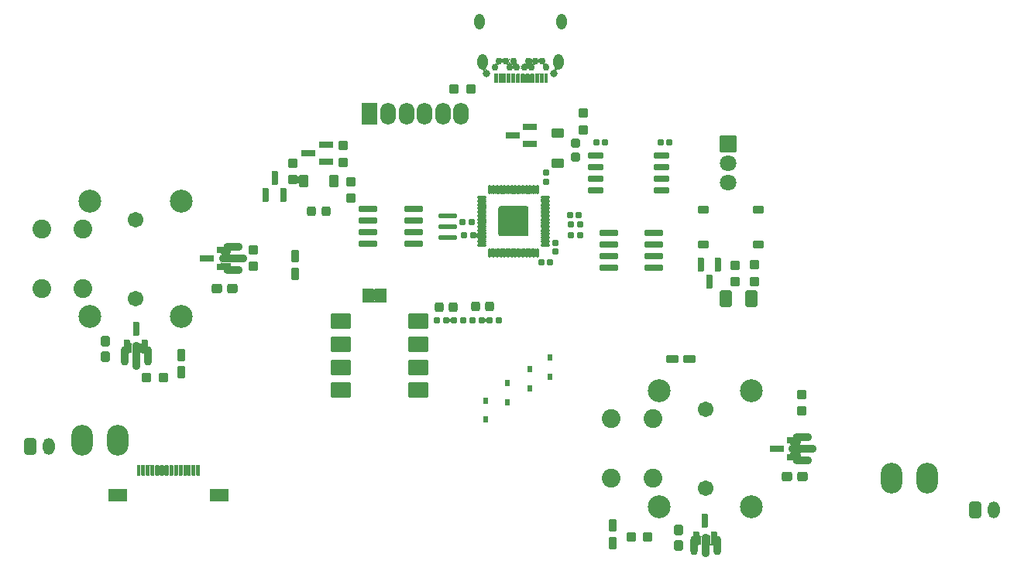
<source format=gbr>
G04 #@! TF.GenerationSoftware,KiCad,Pcbnew,(6.0.7)*
G04 #@! TF.CreationDate,2023-01-30T00:11:12-08:00*
G04 #@! TF.ProjectId,procon_gcc_main_pcb,70726f63-6f6e-45f6-9763-635f6d61696e,rev?*
G04 #@! TF.SameCoordinates,Original*
G04 #@! TF.FileFunction,Soldermask,Top*
G04 #@! TF.FilePolarity,Negative*
%FSLAX46Y46*%
G04 Gerber Fmt 4.6, Leading zero omitted, Abs format (unit mm)*
G04 Created by KiCad (PCBNEW (6.0.7)) date 2023-01-30 00:11:12*
%MOMM*%
%LPD*%
G01*
G04 APERTURE LIST*
G04 Aperture macros list*
%AMRoundRect*
0 Rectangle with rounded corners*
0 $1 Rounding radius*
0 $2 $3 $4 $5 $6 $7 $8 $9 X,Y pos of 4 corners*
0 Add a 4 corners polygon primitive as box body*
4,1,4,$2,$3,$4,$5,$6,$7,$8,$9,$2,$3,0*
0 Add four circle primitives for the rounded corners*
1,1,$1+$1,$2,$3*
1,1,$1+$1,$4,$5*
1,1,$1+$1,$6,$7*
1,1,$1+$1,$8,$9*
0 Add four rect primitives between the rounded corners*
20,1,$1+$1,$2,$3,$4,$5,0*
20,1,$1+$1,$4,$5,$6,$7,0*
20,1,$1+$1,$6,$7,$8,$9,0*
20,1,$1+$1,$8,$9,$2,$3,0*%
%AMFreePoly0*
4,1,16,0.536062,0.786062,0.542435,0.778290,1.042435,0.028290,1.050010,-0.010002,1.042435,-0.028290,0.542435,-0.778290,0.510002,-0.800010,0.500000,-0.801000,-0.500000,-0.801000,-0.536062,-0.786062,-0.551000,-0.750000,-0.551000,0.750000,-0.536062,0.786062,-0.500000,0.801000,0.500000,0.801000,0.536062,0.786062,0.536062,0.786062,$1*%
%AMFreePoly1*
4,1,16,0.536062,0.786062,0.551000,0.750000,0.551000,-0.750000,0.536062,-0.786062,0.500000,-0.801000,-0.650000,-0.801000,-0.686062,-0.786062,-0.701000,-0.750000,-0.692435,-0.721710,-0.211295,0.000000,-0.692435,0.721710,-0.700010,0.760002,-0.678290,0.792435,-0.650000,0.801000,0.500000,0.801000,0.536062,0.786062,0.536062,0.786062,$1*%
G04 Aperture macros list end*
%ADD10RoundRect,0.301000X-0.350000X-0.625000X0.350000X-0.625000X0.350000X0.625000X-0.350000X0.625000X0*%
%ADD11O,1.302000X1.852000*%
%ADD12O,0.902000X2.102000*%
%ADD13O,0.902000X3.102000*%
%ADD14O,2.102000X0.902000*%
%ADD15O,3.102000X0.902000*%
%ADD16RoundRect,0.288500X-0.237500X0.250000X-0.237500X-0.250000X0.237500X-0.250000X0.237500X0.250000X0*%
%ADD17RoundRect,0.186000X0.135000X0.185000X-0.135000X0.185000X-0.135000X-0.185000X0.135000X-0.185000X0*%
%ADD18RoundRect,0.051000X0.450000X0.600000X-0.450000X0.600000X-0.450000X-0.600000X0.450000X-0.600000X0*%
%ADD19RoundRect,0.288500X0.237500X-0.250000X0.237500X0.250000X-0.237500X0.250000X-0.237500X-0.250000X0*%
%ADD20RoundRect,0.191000X0.140000X0.170000X-0.140000X0.170000X-0.140000X-0.170000X0.140000X-0.170000X0*%
%ADD21RoundRect,0.051000X0.800000X-1.150000X0.800000X1.150000X-0.800000X1.150000X-0.800000X-1.150000X0*%
%ADD22O,1.702000X2.402000*%
%ADD23RoundRect,0.201000X0.587500X0.150000X-0.587500X0.150000X-0.587500X-0.150000X0.587500X-0.150000X0*%
%ADD24RoundRect,0.288500X0.300000X0.237500X-0.300000X0.237500X-0.300000X-0.237500X0.300000X-0.237500X0*%
%ADD25RoundRect,0.201000X-0.150000X0.587500X-0.150000X-0.587500X0.150000X-0.587500X0.150000X0.587500X0*%
%ADD26RoundRect,0.191000X-0.140000X-0.170000X0.140000X-0.170000X0.140000X0.170000X-0.140000X0.170000X0*%
%ADD27RoundRect,0.051000X0.600000X-0.450000X0.600000X0.450000X-0.600000X0.450000X-0.600000X-0.450000X0*%
%ADD28RoundRect,0.201000X-0.825000X-0.150000X0.825000X-0.150000X0.825000X0.150000X-0.825000X0.150000X0*%
%ADD29RoundRect,0.051000X-0.225000X0.300000X-0.225000X-0.300000X0.225000X-0.300000X0.225000X0.300000X0*%
%ADD30RoundRect,0.051000X0.375000X-0.600000X0.375000X0.600000X-0.375000X0.600000X-0.375000X-0.600000X0*%
%ADD31FreePoly0,0.000000*%
%ADD32FreePoly1,0.000000*%
%ADD33C,1.702000*%
%ADD34C,2.503200*%
%ADD35C,2.053200*%
%ADD36RoundRect,0.051000X-0.375000X0.600000X-0.375000X-0.600000X0.375000X-0.600000X0.375000X0.600000X0*%
%ADD37O,0.802000X2.102000*%
%ADD38O,0.902000X2.602000*%
%ADD39O,2.352000X3.352000*%
%ADD40RoundRect,0.301000X0.375000X0.625000X-0.375000X0.625000X-0.375000X-0.625000X0.375000X-0.625000X0*%
%ADD41RoundRect,0.201000X0.150000X-0.587500X0.150000X0.587500X-0.150000X0.587500X-0.150000X-0.587500X0*%
%ADD42RoundRect,0.276000X0.250000X-0.225000X0.250000X0.225000X-0.250000X0.225000X-0.250000X-0.225000X0*%
%ADD43RoundRect,0.276000X0.225000X0.250000X-0.225000X0.250000X-0.225000X-0.250000X0.225000X-0.250000X0*%
%ADD44RoundRect,0.101000X-0.050000X0.387500X-0.050000X-0.387500X0.050000X-0.387500X0.050000X0.387500X0*%
%ADD45RoundRect,0.101000X-0.387500X0.050000X-0.387500X-0.050000X0.387500X-0.050000X0.387500X0.050000X0*%
%ADD46RoundRect,0.195000X-1.456000X1.456000X-1.456000X-1.456000X1.456000X-1.456000X1.456000X1.456000X0*%
%ADD47RoundRect,0.051000X-0.950000X0.200000X-0.950000X-0.200000X0.950000X-0.200000X0.950000X0.200000X0*%
%ADD48RoundRect,0.191000X0.170000X-0.140000X0.170000X0.140000X-0.170000X0.140000X-0.170000X-0.140000X0*%
%ADD49RoundRect,0.288500X-0.250000X-0.237500X0.250000X-0.237500X0.250000X0.237500X-0.250000X0.237500X0*%
%ADD50RoundRect,0.288500X0.237500X-0.300000X0.237500X0.300000X-0.237500X0.300000X-0.237500X-0.300000X0*%
%ADD51RoundRect,0.051000X0.500000X0.375000X-0.500000X0.375000X-0.500000X-0.375000X0.500000X-0.375000X0*%
%ADD52RoundRect,0.201000X0.825000X0.150000X-0.825000X0.150000X-0.825000X-0.150000X0.825000X-0.150000X0*%
%ADD53RoundRect,0.051000X-0.850000X-0.850000X0.850000X-0.850000X0.850000X0.850000X-0.850000X0.850000X0*%
%ADD54C,1.802000*%
%ADD55RoundRect,0.051000X-1.050000X0.800000X-1.050000X-0.800000X1.050000X-0.800000X1.050000X0.800000X0*%
%ADD56RoundRect,0.191000X-0.170000X0.140000X-0.170000X-0.140000X0.170000X-0.140000X0.170000X0.140000X0*%
%ADD57RoundRect,0.051000X1.000000X-0.650000X1.000000X0.650000X-1.000000X0.650000X-1.000000X-0.650000X0*%
%ADD58RoundRect,0.051000X0.150000X-0.500000X0.150000X0.500000X-0.150000X0.500000X-0.150000X-0.500000X0*%
%ADD59C,0.802000*%
%ADD60RoundRect,0.051000X0.150000X0.450000X-0.150000X0.450000X-0.150000X-0.450000X0.150000X-0.450000X0*%
%ADD61C,0.752000*%
%ADD62O,1.102000X1.702000*%
%ADD63RoundRect,0.201000X-0.650000X-0.150000X0.650000X-0.150000X0.650000X0.150000X-0.650000X0.150000X0*%
%ADD64RoundRect,0.186000X-0.135000X-0.185000X0.135000X-0.185000X0.135000X0.185000X-0.135000X0.185000X0*%
%ADD65RoundRect,0.288500X0.250000X0.237500X-0.250000X0.237500X-0.250000X-0.237500X0.250000X-0.237500X0*%
%ADD66RoundRect,0.051000X0.600000X0.375000X-0.600000X0.375000X-0.600000X-0.375000X0.600000X-0.375000X0*%
G04 APERTURE END LIST*
D10*
X84870000Y-139330000D03*
D11*
X86870000Y-139330000D03*
X190150000Y-146280000D03*
D10*
X188150000Y-146280000D03*
D12*
X95149000Y-129394000D03*
D13*
X96419000Y-129394000D03*
D12*
X97689000Y-129394000D03*
D14*
X107019000Y-120064000D03*
D15*
X107019000Y-118794000D03*
D14*
X107019000Y-117524000D03*
D16*
X113538000Y-108307500D03*
X113538000Y-110132500D03*
D17*
X144960000Y-115050000D03*
X143940000Y-115050000D03*
D18*
X118050000Y-110250000D03*
X114750000Y-110250000D03*
D19*
X161925000Y-121305000D03*
X161925000Y-119480000D03*
D16*
X169184000Y-133621500D03*
X169184000Y-135446500D03*
D20*
X133250000Y-116240000D03*
X132290000Y-116240000D03*
D21*
X121970000Y-102930000D03*
D22*
X123970000Y-102930000D03*
X125970000Y-102930000D03*
X127970000Y-102930000D03*
X129970000Y-102930000D03*
X131970000Y-102930000D03*
D23*
X106027500Y-119720000D03*
X106027500Y-117820000D03*
X104152500Y-118770000D03*
D24*
X106986500Y-122044000D03*
X105261500Y-122044000D03*
D25*
X160075000Y-119455000D03*
X158175000Y-119455000D03*
X159125000Y-121330000D03*
D26*
X153770000Y-106025000D03*
X154730000Y-106025000D03*
D23*
X139437500Y-106250000D03*
X139437500Y-104350000D03*
X137562500Y-105300000D03*
D27*
X142500000Y-108370000D03*
X142500000Y-105070000D03*
D28*
X121800000Y-113295000D03*
X121800000Y-114565000D03*
X121800000Y-115835000D03*
X121800000Y-117105000D03*
X126750000Y-117105000D03*
X126750000Y-115835000D03*
X126750000Y-114565000D03*
X126750000Y-113295000D03*
D29*
X137000000Y-132410000D03*
X137000000Y-134510000D03*
D17*
X132190000Y-125510000D03*
X131170000Y-125510000D03*
D30*
X113800000Y-120430000D03*
X113800000Y-118530000D03*
D31*
X121775000Y-122849999D03*
D32*
X123225000Y-122849999D03*
D17*
X136090000Y-125520000D03*
X135070000Y-125520000D03*
D24*
X169306500Y-142654000D03*
X167581500Y-142654000D03*
D33*
X158644000Y-143869000D03*
X158644000Y-135269000D03*
D34*
X163644000Y-133244000D03*
X163644000Y-145894000D03*
X153644000Y-133244000D03*
X153644000Y-145894000D03*
D35*
X152894000Y-136319000D03*
X148394000Y-136319000D03*
X152894000Y-142819000D03*
X148394000Y-142819000D03*
D36*
X148540000Y-147990000D03*
X148540000Y-149890000D03*
D19*
X164050000Y-121280000D03*
X164050000Y-119455000D03*
D37*
X157374000Y-150169000D03*
D38*
X158644000Y-150169000D03*
D12*
X159914000Y-150169000D03*
D14*
X169244000Y-140839000D03*
D15*
X169244000Y-139569000D03*
D14*
X169244000Y-138299000D03*
D39*
X178969000Y-142769000D03*
X182869000Y-142769000D03*
D40*
X163650000Y-123192500D03*
X160850000Y-123192500D03*
D41*
X110625000Y-111837500D03*
X112525000Y-111837500D03*
X111575000Y-109962500D03*
D17*
X144935000Y-116225000D03*
X143915000Y-116225000D03*
D42*
X144460000Y-107665000D03*
X144460000Y-106115000D03*
D17*
X130340000Y-125500000D03*
X129320000Y-125500000D03*
D26*
X140700000Y-119180000D03*
X141660000Y-119180000D03*
D43*
X131100000Y-124050000D03*
X129550000Y-124050000D03*
D26*
X146720000Y-106050000D03*
X147680000Y-106050000D03*
D44*
X140295000Y-111246079D03*
X139895000Y-111246079D03*
X139495000Y-111246079D03*
X139095000Y-111246079D03*
X138695000Y-111246079D03*
X138295000Y-111246079D03*
X137895000Y-111246079D03*
X137495000Y-111246079D03*
X137095000Y-111246079D03*
X136695000Y-111246079D03*
X136295000Y-111246079D03*
X135895000Y-111246079D03*
X135495000Y-111246079D03*
X135095000Y-111246079D03*
D45*
X134257500Y-112083579D03*
X134257500Y-112483579D03*
X134257500Y-112883579D03*
X134257500Y-113283579D03*
X134257500Y-113683579D03*
X134257500Y-114083579D03*
X134257500Y-114483579D03*
X134257500Y-114883579D03*
X134257500Y-115283579D03*
X134257500Y-115683579D03*
X134257500Y-116083579D03*
X134257500Y-116483579D03*
X134257500Y-116883579D03*
X134257500Y-117283579D03*
D44*
X135095000Y-118121079D03*
X135495000Y-118121079D03*
X135895000Y-118121079D03*
X136295000Y-118121079D03*
X136695000Y-118121079D03*
X137095000Y-118121079D03*
X137495000Y-118121079D03*
X137895000Y-118121079D03*
X138295000Y-118121079D03*
X138695000Y-118121079D03*
X139095000Y-118121079D03*
X139495000Y-118121079D03*
X139895000Y-118121079D03*
X140295000Y-118121079D03*
D45*
X141132500Y-117283579D03*
X141132500Y-116883579D03*
X141132500Y-116483579D03*
X141132500Y-116083579D03*
X141132500Y-115683579D03*
X141132500Y-115283579D03*
X141132500Y-114883579D03*
X141132500Y-114483579D03*
X141132500Y-114083579D03*
X141132500Y-113683579D03*
X141132500Y-113283579D03*
X141132500Y-112883579D03*
X141132500Y-112483579D03*
X141132500Y-112083579D03*
D46*
X137695000Y-114683579D03*
D47*
X130500000Y-114075000D03*
X130500000Y-116475000D03*
X130500000Y-115275000D03*
D43*
X135075000Y-124025000D03*
X133525000Y-124025000D03*
D48*
X141250000Y-110330000D03*
X141250000Y-109370000D03*
D33*
X96394000Y-123119000D03*
X96394000Y-114519000D03*
D34*
X101394000Y-112494000D03*
X101394000Y-125144000D03*
X91394000Y-112494000D03*
X91394000Y-125144000D03*
D35*
X90644000Y-115569000D03*
X86144000Y-115569000D03*
X90644000Y-122069000D03*
X86144000Y-122069000D03*
D49*
X150541500Y-149234000D03*
X152366500Y-149234000D03*
D50*
X155724000Y-150186500D03*
X155724000Y-148461500D03*
D51*
X164442500Y-117195000D03*
X158442500Y-117195000D03*
X164442500Y-113445000D03*
X158442500Y-113445000D03*
D29*
X139430000Y-130880000D03*
X139430000Y-132980000D03*
D52*
X153015000Y-119795000D03*
X153015000Y-118525000D03*
X153015000Y-117255000D03*
X153015000Y-115985000D03*
X148065000Y-115985000D03*
X148065000Y-117255000D03*
X148065000Y-118525000D03*
X148065000Y-119795000D03*
D50*
X93054000Y-129534000D03*
X93054000Y-127809000D03*
D19*
X109200000Y-119619000D03*
X109200000Y-117794000D03*
D53*
X161100000Y-106250000D03*
D54*
X161100000Y-108325000D03*
X161100000Y-110425000D03*
D30*
X101325000Y-131225000D03*
X101325000Y-129325000D03*
D20*
X144830000Y-113975000D03*
X143870000Y-113975000D03*
D43*
X117165000Y-113580000D03*
X115615000Y-113580000D03*
D41*
X95470000Y-128367500D03*
X97370000Y-128367500D03*
X96420000Y-126492500D03*
D55*
X118800000Y-125575000D03*
X118800000Y-128125000D03*
X118800000Y-130665000D03*
X118800000Y-133175000D03*
X127300000Y-125575000D03*
X127300000Y-128125000D03*
X127300000Y-130665000D03*
X127300000Y-133175000D03*
D39*
X94450000Y-138690000D03*
X90550000Y-138690000D03*
D56*
X142240000Y-117030000D03*
X142240000Y-117990000D03*
D57*
X105550000Y-144625000D03*
X94450000Y-144625000D03*
D58*
X96750000Y-141925000D03*
X97250000Y-141925000D03*
X97750000Y-141925000D03*
X98250000Y-141925000D03*
X98750000Y-141925000D03*
X99250000Y-141925000D03*
X99750000Y-141925000D03*
X100250000Y-141925000D03*
X100750000Y-141925000D03*
X101250000Y-141925000D03*
X101750000Y-141925000D03*
X102250000Y-141925000D03*
X102750000Y-141925000D03*
X103250000Y-141925000D03*
D17*
X134190000Y-125510000D03*
X133170000Y-125510000D03*
D23*
X117162500Y-108200000D03*
X117162500Y-106300000D03*
X115287500Y-107250000D03*
D59*
X142060000Y-98475000D03*
X134710000Y-98475000D03*
D60*
X141210000Y-99035000D03*
X140710000Y-99035000D03*
X140210000Y-99035000D03*
X139710000Y-99035000D03*
X139210000Y-99035000D03*
X138710000Y-99035000D03*
X138210000Y-99035000D03*
X137710000Y-99035000D03*
X137210000Y-99035000D03*
X136710000Y-99035000D03*
X136210000Y-99035000D03*
X135710000Y-99035000D03*
D61*
X135660000Y-97825000D03*
X136060000Y-97125000D03*
X136860000Y-97125000D03*
X137260000Y-97825000D03*
X137660000Y-97125000D03*
X138060000Y-97825000D03*
X138860000Y-97825000D03*
X139260000Y-97125000D03*
X139660000Y-97825000D03*
X140060000Y-97125000D03*
X140860000Y-97125000D03*
X141260000Y-97825000D03*
D62*
X133970000Y-92835000D03*
X142590000Y-97225000D03*
X134330000Y-97225000D03*
X142950000Y-92835000D03*
D63*
X146675000Y-107520000D03*
X146675000Y-108790000D03*
X146675000Y-110060000D03*
X146675000Y-111330000D03*
X153875000Y-111330000D03*
X153875000Y-110060000D03*
X153875000Y-108790000D03*
X153875000Y-107520000D03*
D64*
X132065000Y-114775000D03*
X133085000Y-114775000D03*
D65*
X99416500Y-131824000D03*
X97591500Y-131824000D03*
D29*
X134620000Y-134300000D03*
X134620000Y-136400000D03*
D19*
X119050000Y-108237500D03*
X119050000Y-106412500D03*
D65*
X133012500Y-100240000D03*
X131187500Y-100240000D03*
D41*
X157680000Y-149367500D03*
X159580000Y-149367500D03*
X158630000Y-147492500D03*
D19*
X119875000Y-112162500D03*
X119875000Y-110337500D03*
D29*
X141630000Y-129620000D03*
X141630000Y-131720000D03*
D66*
X156906000Y-129794000D03*
X155006000Y-129794000D03*
D16*
X145330000Y-102837500D03*
X145330000Y-104662500D03*
D23*
X168317500Y-140510000D03*
X168317500Y-138610000D03*
X166442500Y-139560000D03*
G36*
X159230170Y-148978776D02*
G01*
X159231000Y-148980398D01*
X159231000Y-149954801D01*
X159246185Y-150031140D01*
X159289314Y-150095686D01*
X159307886Y-150108096D01*
X159308482Y-150109303D01*
X159310091Y-150109569D01*
X159328172Y-150121651D01*
X159329057Y-150123445D01*
X159327946Y-150125108D01*
X159326216Y-150125127D01*
X159314975Y-150119885D01*
X159314406Y-150119486D01*
X159307566Y-150112646D01*
X159307271Y-150111545D01*
X159305817Y-150111514D01*
X159246127Y-150078922D01*
X159177045Y-150083862D01*
X159121601Y-150125367D01*
X159097305Y-150190505D01*
X159096999Y-150199098D01*
X159095938Y-150200794D01*
X159093939Y-150200722D01*
X159093000Y-150199027D01*
X159093000Y-149319151D01*
X159073130Y-149186983D01*
X159015339Y-149066635D01*
X159015220Y-149066506D01*
X159014780Y-149064555D01*
X159016250Y-149063199D01*
X159017869Y-149063535D01*
X159062420Y-149096066D01*
X159131555Y-149100185D01*
X159191942Y-149066272D01*
X159224501Y-149004922D01*
X159227010Y-148980196D01*
X159228180Y-148978574D01*
X159230170Y-148978776D01*
G37*
G36*
X158032919Y-149016329D02*
G01*
X158052595Y-149083341D01*
X158104938Y-149128696D01*
X158173491Y-149138553D01*
X158236666Y-149109701D01*
X158253641Y-149091685D01*
X158282800Y-149053684D01*
X158284648Y-149052919D01*
X158286235Y-149054137D01*
X158286032Y-149056039D01*
X158240807Y-149121476D01*
X158200529Y-149248833D01*
X158195000Y-149319081D01*
X158195000Y-150171027D01*
X158194000Y-150172759D01*
X158192000Y-150172759D01*
X158191081Y-150171590D01*
X158171404Y-150104575D01*
X158119061Y-150059220D01*
X158050508Y-150049363D01*
X157987269Y-150078244D01*
X157986786Y-150078693D01*
X157984837Y-150079141D01*
X157983475Y-150077677D01*
X157983761Y-150076118D01*
X158013815Y-150031140D01*
X158029000Y-149954801D01*
X158029000Y-149016892D01*
X158030000Y-149015160D01*
X158032000Y-149015160D01*
X158032919Y-149016329D01*
G37*
G36*
X97564633Y-141388517D02*
G01*
X97565197Y-141390436D01*
X97564916Y-141391075D01*
X97554767Y-141406263D01*
X97551000Y-141425199D01*
X97551000Y-142424801D01*
X97554767Y-142443738D01*
X97564814Y-142458773D01*
X97564945Y-142460768D01*
X97563282Y-142461880D01*
X97562553Y-142461793D01*
X97502212Y-142442898D01*
X97437310Y-142461955D01*
X97435367Y-142461483D01*
X97434803Y-142459564D01*
X97435084Y-142458925D01*
X97445233Y-142443737D01*
X97449000Y-142424801D01*
X97449000Y-141425199D01*
X97445233Y-141406262D01*
X97435186Y-141391227D01*
X97435055Y-141389232D01*
X97436718Y-141388120D01*
X97437447Y-141388207D01*
X97497788Y-141407102D01*
X97562690Y-141388045D01*
X97564633Y-141388517D01*
G37*
G36*
X99564633Y-141388517D02*
G01*
X99565197Y-141390436D01*
X99564916Y-141391075D01*
X99554767Y-141406263D01*
X99551000Y-141425199D01*
X99551000Y-142424801D01*
X99554767Y-142443738D01*
X99564814Y-142458773D01*
X99564945Y-142460768D01*
X99563282Y-142461880D01*
X99562553Y-142461793D01*
X99502212Y-142442898D01*
X99437310Y-142461955D01*
X99435367Y-142461483D01*
X99434803Y-142459564D01*
X99435084Y-142458925D01*
X99445233Y-142443737D01*
X99449000Y-142424801D01*
X99449000Y-141425199D01*
X99445233Y-141406262D01*
X99435186Y-141391227D01*
X99435055Y-141389232D01*
X99436718Y-141388120D01*
X99437447Y-141388207D01*
X99497788Y-141407102D01*
X99562690Y-141388045D01*
X99564633Y-141388517D01*
G37*
G36*
X102064633Y-141388517D02*
G01*
X102065197Y-141390436D01*
X102064916Y-141391075D01*
X102054767Y-141406263D01*
X102051000Y-141425199D01*
X102051000Y-142424801D01*
X102054767Y-142443738D01*
X102064814Y-142458773D01*
X102064945Y-142460768D01*
X102063282Y-142461880D01*
X102062553Y-142461793D01*
X102002212Y-142442898D01*
X101937310Y-142461955D01*
X101935367Y-142461483D01*
X101934803Y-142459564D01*
X101935084Y-142458925D01*
X101945233Y-142443737D01*
X101949000Y-142424801D01*
X101949000Y-141425199D01*
X101945233Y-141406262D01*
X101935186Y-141391227D01*
X101935055Y-141389232D01*
X101936718Y-141388120D01*
X101937447Y-141388207D01*
X101997788Y-141407102D01*
X102062690Y-141388045D01*
X102064633Y-141388517D01*
G37*
G36*
X103064633Y-141388517D02*
G01*
X103065197Y-141390436D01*
X103064916Y-141391075D01*
X103054767Y-141406263D01*
X103051000Y-141425199D01*
X103051000Y-142424801D01*
X103054767Y-142443738D01*
X103064814Y-142458773D01*
X103064945Y-142460768D01*
X103063282Y-142461880D01*
X103062553Y-142461793D01*
X103002212Y-142442898D01*
X102937310Y-142461955D01*
X102935367Y-142461483D01*
X102934803Y-142459564D01*
X102935084Y-142458925D01*
X102945233Y-142443737D01*
X102949000Y-142424801D01*
X102949000Y-141425199D01*
X102945233Y-141406262D01*
X102935186Y-141391227D01*
X102935055Y-141389232D01*
X102936718Y-141388120D01*
X102937447Y-141388207D01*
X102997788Y-141407102D01*
X103062690Y-141388045D01*
X103064633Y-141388517D01*
G37*
G36*
X101064633Y-141388517D02*
G01*
X101065197Y-141390436D01*
X101064916Y-141391075D01*
X101054767Y-141406263D01*
X101051000Y-141425199D01*
X101051000Y-142424801D01*
X101054767Y-142443738D01*
X101064814Y-142458773D01*
X101064945Y-142460768D01*
X101063282Y-142461880D01*
X101062553Y-142461793D01*
X101002212Y-142442898D01*
X100937310Y-142461955D01*
X100935367Y-142461483D01*
X100934803Y-142459564D01*
X100935084Y-142458925D01*
X100945233Y-142443737D01*
X100949000Y-142424801D01*
X100949000Y-141425199D01*
X100945233Y-141406262D01*
X100935186Y-141391227D01*
X100935055Y-141389232D01*
X100936718Y-141388120D01*
X100937447Y-141388207D01*
X100997788Y-141407102D01*
X101062690Y-141388045D01*
X101064633Y-141388517D01*
G37*
G36*
X97064633Y-141388517D02*
G01*
X97065197Y-141390436D01*
X97064916Y-141391075D01*
X97054767Y-141406263D01*
X97051000Y-141425199D01*
X97051000Y-142424801D01*
X97054767Y-142443738D01*
X97064814Y-142458773D01*
X97064945Y-142460768D01*
X97063282Y-142461880D01*
X97062553Y-142461793D01*
X97002212Y-142442898D01*
X96937310Y-142461955D01*
X96935367Y-142461483D01*
X96934803Y-142459564D01*
X96935084Y-142458925D01*
X96945233Y-142443737D01*
X96949000Y-142424801D01*
X96949000Y-141425199D01*
X96945233Y-141406262D01*
X96935186Y-141391227D01*
X96935055Y-141389232D01*
X96936718Y-141388120D01*
X96937447Y-141388207D01*
X96997788Y-141407102D01*
X97062690Y-141388045D01*
X97064633Y-141388517D01*
G37*
G36*
X102564633Y-141388517D02*
G01*
X102565197Y-141390436D01*
X102564916Y-141391075D01*
X102554767Y-141406263D01*
X102551000Y-141425199D01*
X102551000Y-142424801D01*
X102554767Y-142443738D01*
X102564814Y-142458773D01*
X102564945Y-142460768D01*
X102563282Y-142461880D01*
X102562553Y-142461793D01*
X102502212Y-142442898D01*
X102437310Y-142461955D01*
X102435367Y-142461483D01*
X102434803Y-142459564D01*
X102435084Y-142458925D01*
X102445233Y-142443737D01*
X102449000Y-142424801D01*
X102449000Y-141425199D01*
X102445233Y-141406262D01*
X102435186Y-141391227D01*
X102435055Y-141389232D01*
X102436718Y-141388120D01*
X102437447Y-141388207D01*
X102497788Y-141407102D01*
X102562690Y-141388045D01*
X102564633Y-141388517D01*
G37*
G36*
X98064633Y-141388517D02*
G01*
X98065197Y-141390436D01*
X98064916Y-141391075D01*
X98054767Y-141406263D01*
X98051000Y-141425199D01*
X98051000Y-142424801D01*
X98054767Y-142443738D01*
X98064814Y-142458773D01*
X98064945Y-142460768D01*
X98063282Y-142461880D01*
X98062553Y-142461793D01*
X98002212Y-142442898D01*
X97937310Y-142461955D01*
X97935367Y-142461483D01*
X97934803Y-142459564D01*
X97935084Y-142458925D01*
X97945233Y-142443737D01*
X97949000Y-142424801D01*
X97949000Y-141425199D01*
X97945233Y-141406262D01*
X97935186Y-141391227D01*
X97935055Y-141389232D01*
X97936718Y-141388120D01*
X97937447Y-141388207D01*
X97997788Y-141407102D01*
X98062690Y-141388045D01*
X98064633Y-141388517D01*
G37*
G36*
X99064633Y-141388517D02*
G01*
X99065197Y-141390436D01*
X99064916Y-141391075D01*
X99054767Y-141406263D01*
X99051000Y-141425199D01*
X99051000Y-142424801D01*
X99054767Y-142443738D01*
X99064814Y-142458773D01*
X99064945Y-142460768D01*
X99063282Y-142461880D01*
X99062553Y-142461793D01*
X99002212Y-142442898D01*
X98937310Y-142461955D01*
X98935367Y-142461483D01*
X98934803Y-142459564D01*
X98935084Y-142458925D01*
X98945233Y-142443737D01*
X98949000Y-142424801D01*
X98949000Y-141425199D01*
X98945233Y-141406262D01*
X98935186Y-141391227D01*
X98935055Y-141389232D01*
X98936718Y-141388120D01*
X98937447Y-141388207D01*
X98997788Y-141407102D01*
X99062690Y-141388045D01*
X99064633Y-141388517D01*
G37*
G36*
X98564633Y-141388517D02*
G01*
X98565197Y-141390436D01*
X98564916Y-141391075D01*
X98554767Y-141406263D01*
X98551000Y-141425199D01*
X98551000Y-142424801D01*
X98554767Y-142443738D01*
X98564814Y-142458773D01*
X98564945Y-142460768D01*
X98563282Y-142461880D01*
X98562553Y-142461793D01*
X98502212Y-142442898D01*
X98437310Y-142461955D01*
X98435367Y-142461483D01*
X98434803Y-142459564D01*
X98435084Y-142458925D01*
X98445233Y-142443737D01*
X98449000Y-142424801D01*
X98449000Y-141425199D01*
X98445233Y-141406262D01*
X98435186Y-141391227D01*
X98435055Y-141389232D01*
X98436718Y-141388120D01*
X98437447Y-141388207D01*
X98497788Y-141407102D01*
X98562690Y-141388045D01*
X98564633Y-141388517D01*
G37*
G36*
X100564633Y-141388517D02*
G01*
X100565197Y-141390436D01*
X100564916Y-141391075D01*
X100554767Y-141406263D01*
X100551000Y-141425199D01*
X100551000Y-142424801D01*
X100554767Y-142443738D01*
X100564814Y-142458773D01*
X100564945Y-142460768D01*
X100563282Y-142461880D01*
X100562553Y-142461793D01*
X100502212Y-142442898D01*
X100437310Y-142461955D01*
X100435367Y-142461483D01*
X100434803Y-142459564D01*
X100435084Y-142458925D01*
X100445233Y-142443737D01*
X100449000Y-142424801D01*
X100449000Y-141425199D01*
X100445233Y-141406262D01*
X100435186Y-141391227D01*
X100435055Y-141389232D01*
X100436718Y-141388120D01*
X100437447Y-141388207D01*
X100497788Y-141407102D01*
X100562690Y-141388045D01*
X100564633Y-141388517D01*
G37*
G36*
X100064633Y-141388517D02*
G01*
X100065197Y-141390436D01*
X100064916Y-141391075D01*
X100054767Y-141406263D01*
X100051000Y-141425199D01*
X100051000Y-142424801D01*
X100054767Y-142443738D01*
X100064814Y-142458773D01*
X100064945Y-142460768D01*
X100063282Y-142461880D01*
X100062553Y-142461793D01*
X100002212Y-142442898D01*
X99937310Y-142461955D01*
X99935367Y-142461483D01*
X99934803Y-142459564D01*
X99935084Y-142458925D01*
X99945233Y-142443737D01*
X99949000Y-142424801D01*
X99949000Y-141425199D01*
X99945233Y-141406262D01*
X99935186Y-141391227D01*
X99935055Y-141389232D01*
X99936718Y-141388120D01*
X99937447Y-141388207D01*
X99997788Y-141407102D01*
X100062690Y-141388045D01*
X100064633Y-141388517D01*
G37*
G36*
X101564633Y-141388517D02*
G01*
X101565197Y-141390436D01*
X101564916Y-141391075D01*
X101554767Y-141406263D01*
X101551000Y-141425199D01*
X101551000Y-142424801D01*
X101554767Y-142443738D01*
X101564814Y-142458773D01*
X101564945Y-142460768D01*
X101563282Y-142461880D01*
X101562553Y-142461793D01*
X101502212Y-142442898D01*
X101437310Y-142461955D01*
X101435367Y-142461483D01*
X101434803Y-142459564D01*
X101435084Y-142458925D01*
X101445233Y-142443737D01*
X101449000Y-142424801D01*
X101449000Y-141425199D01*
X101445233Y-141406262D01*
X101435186Y-141391227D01*
X101435055Y-141389232D01*
X101436718Y-141388120D01*
X101437447Y-141388207D01*
X101497788Y-141407102D01*
X101562690Y-141388045D01*
X101564633Y-141388517D01*
G37*
G36*
X167881029Y-139926961D02*
G01*
X167946476Y-139972193D01*
X168073833Y-140012471D01*
X168144081Y-140018000D01*
X169144027Y-140018000D01*
X169145759Y-140019000D01*
X169145759Y-140021000D01*
X169144590Y-140021919D01*
X169077575Y-140041596D01*
X169032220Y-140093939D01*
X169022363Y-140162492D01*
X169046541Y-140215433D01*
X169046351Y-140217424D01*
X169044532Y-140218255D01*
X169043611Y-140217927D01*
X168981140Y-140176185D01*
X168904801Y-140161000D01*
X167811918Y-140161000D01*
X167810186Y-140160000D01*
X167810186Y-140158000D01*
X167811355Y-140157081D01*
X167878367Y-140137405D01*
X167923722Y-140085062D01*
X167933579Y-140016509D01*
X167904727Y-139953332D01*
X167886711Y-139936359D01*
X167878675Y-139930193D01*
X167877909Y-139928345D01*
X167879127Y-139926758D01*
X167881029Y-139926961D01*
G37*
G36*
X169036321Y-138910552D02*
G01*
X169036080Y-138911641D01*
X169005922Y-138966873D01*
X169010862Y-139035955D01*
X169052367Y-139091399D01*
X169117505Y-139115695D01*
X169126098Y-139116001D01*
X169127794Y-139117062D01*
X169127722Y-139119061D01*
X169126027Y-139120000D01*
X168144151Y-139120000D01*
X168011983Y-139139870D01*
X167909716Y-139188979D01*
X167907722Y-139188827D01*
X167906856Y-139187024D01*
X167907632Y-139185589D01*
X167910023Y-139183754D01*
X167951040Y-139127580D01*
X167955159Y-139058445D01*
X167921246Y-138998058D01*
X167859895Y-138965499D01*
X167835170Y-138962990D01*
X167833548Y-138961820D01*
X167833750Y-138959830D01*
X167835372Y-138959000D01*
X168904801Y-138959000D01*
X168981140Y-138943815D01*
X169033214Y-138909020D01*
X169035210Y-138908889D01*
X169036321Y-138910552D01*
G37*
G36*
X95822919Y-127971781D02*
G01*
X95842595Y-128038793D01*
X95894938Y-128084148D01*
X95963491Y-128094005D01*
X96026666Y-128065153D01*
X96043642Y-128047136D01*
X96057799Y-128028686D01*
X96059647Y-128027921D01*
X96061234Y-128029139D01*
X96061031Y-128031041D01*
X96015807Y-128096476D01*
X95975529Y-128223833D01*
X95970000Y-128294081D01*
X95970000Y-129186027D01*
X95969000Y-129187759D01*
X95967000Y-129187759D01*
X95966081Y-129186590D01*
X95946404Y-129119575D01*
X95894061Y-129074220D01*
X95825508Y-129064363D01*
X95768746Y-129090286D01*
X95766755Y-129090096D01*
X95765924Y-129088277D01*
X95766252Y-129087356D01*
X95803815Y-129031140D01*
X95819000Y-128954801D01*
X95819000Y-127972344D01*
X95820000Y-127970612D01*
X95822000Y-127970612D01*
X95822919Y-127971781D01*
G37*
G36*
X97020170Y-127973324D02*
G01*
X97021000Y-127974946D01*
X97021000Y-128954801D01*
X97036185Y-129031140D01*
X97074801Y-129088932D01*
X97074932Y-129090928D01*
X97073269Y-129092039D01*
X97072180Y-129091798D01*
X97021127Y-129063922D01*
X96952045Y-129068862D01*
X96896601Y-129110367D01*
X96872305Y-129175505D01*
X96871999Y-129184098D01*
X96870938Y-129185794D01*
X96868939Y-129185722D01*
X96868000Y-129184027D01*
X96868000Y-128294151D01*
X96848130Y-128161983D01*
X96796481Y-128054426D01*
X96796633Y-128052432D01*
X96798436Y-128051566D01*
X96799463Y-128051945D01*
X96852420Y-128090614D01*
X96921555Y-128094733D01*
X96981942Y-128060820D01*
X97014501Y-127999469D01*
X97017010Y-127974744D01*
X97018180Y-127973122D01*
X97020170Y-127973324D01*
G37*
G36*
X130650618Y-125253844D02*
G01*
X130689693Y-125299897D01*
X130755939Y-125320099D01*
X130822580Y-125301281D01*
X130860714Y-125257194D01*
X130862604Y-125256538D01*
X130864116Y-125257846D01*
X130864189Y-125258892D01*
X130851000Y-125325199D01*
X130851000Y-125694801D01*
X130862869Y-125754472D01*
X130862226Y-125756366D01*
X130860264Y-125756756D01*
X130859382Y-125756156D01*
X130820307Y-125710103D01*
X130754061Y-125689901D01*
X130687420Y-125708719D01*
X130649286Y-125752806D01*
X130647396Y-125753462D01*
X130645884Y-125752154D01*
X130645811Y-125751108D01*
X130659000Y-125684801D01*
X130659000Y-125315199D01*
X130647131Y-125255528D01*
X130647774Y-125253634D01*
X130649736Y-125253244D01*
X130650618Y-125253844D01*
G37*
G36*
X134503283Y-125276201D02*
G01*
X134507426Y-125285528D01*
X134507584Y-125286107D01*
X134508368Y-125292785D01*
X134535618Y-125356785D01*
X134592893Y-125395723D01*
X134662127Y-125397516D01*
X134721315Y-125361607D01*
X134743653Y-125312640D01*
X134745282Y-125311479D01*
X134745573Y-125311526D01*
X134756673Y-125286418D01*
X134758288Y-125285239D01*
X134760117Y-125286047D01*
X134760464Y-125287617D01*
X134751000Y-125335199D01*
X134751000Y-125704801D01*
X134760507Y-125752597D01*
X134759864Y-125754491D01*
X134757902Y-125754881D01*
X134756717Y-125753799D01*
X134752574Y-125744472D01*
X134752416Y-125743893D01*
X134751632Y-125737215D01*
X134724382Y-125673215D01*
X134667107Y-125634277D01*
X134597873Y-125632484D01*
X134538685Y-125668393D01*
X134516347Y-125717360D01*
X134514718Y-125718521D01*
X134514427Y-125718474D01*
X134503327Y-125743582D01*
X134501712Y-125744761D01*
X134499883Y-125743953D01*
X134499536Y-125742383D01*
X134509000Y-125694801D01*
X134509000Y-125325199D01*
X134499493Y-125277403D01*
X134500136Y-125275509D01*
X134502098Y-125275119D01*
X134503283Y-125276201D01*
G37*
G36*
X122532149Y-122076901D02*
G01*
X122532064Y-122078184D01*
X122526990Y-122090397D01*
X122526970Y-122109500D01*
X122534340Y-122127346D01*
X123015369Y-122848890D01*
X123015498Y-122850885D01*
X123015369Y-122851108D01*
X122534283Y-123572736D01*
X122529787Y-123581161D01*
X122526040Y-123599999D01*
X122529298Y-123616380D01*
X122528655Y-123618274D01*
X122526693Y-123618664D01*
X122526053Y-123618305D01*
X122476081Y-123576544D01*
X122407365Y-123567913D01*
X122344735Y-123597878D01*
X122328579Y-123616544D01*
X122328482Y-123616648D01*
X122325682Y-123619453D01*
X122323751Y-123619972D01*
X122322336Y-123618559D01*
X122322603Y-123616931D01*
X122815661Y-122877344D01*
X122823010Y-122859602D01*
X122823030Y-122840498D01*
X122815660Y-122822652D01*
X122320202Y-122079465D01*
X122320073Y-122077470D01*
X122321737Y-122076360D01*
X122323150Y-122076822D01*
X122323887Y-122077439D01*
X122324150Y-122077705D01*
X122325548Y-122079410D01*
X122325979Y-122079339D01*
X122326558Y-122079678D01*
X122376691Y-122121670D01*
X122445400Y-122130378D01*
X122507970Y-122100528D01*
X122516938Y-122087884D01*
X122517156Y-122087625D01*
X122528804Y-122076001D01*
X122530737Y-122075486D01*
X122532149Y-122076901D01*
G37*
G36*
X105648072Y-119146461D02*
G01*
X105721476Y-119197193D01*
X105848833Y-119237471D01*
X105919081Y-119243000D01*
X106869027Y-119243000D01*
X106870759Y-119244000D01*
X106870759Y-119246000D01*
X106869590Y-119246919D01*
X106802575Y-119266596D01*
X106757220Y-119318939D01*
X106747363Y-119387492D01*
X106776243Y-119450729D01*
X106779358Y-119454075D01*
X106779707Y-119454593D01*
X106785127Y-119466217D01*
X106784952Y-119468209D01*
X106783140Y-119469054D01*
X106781651Y-119468173D01*
X106755686Y-119429314D01*
X106691140Y-119386185D01*
X106614801Y-119371000D01*
X105567370Y-119371000D01*
X105565638Y-119370000D01*
X105565638Y-119368000D01*
X105566807Y-119367081D01*
X105633819Y-119347405D01*
X105679174Y-119295062D01*
X105689031Y-119226509D01*
X105660179Y-119163334D01*
X105645563Y-119149562D01*
X105644989Y-119147646D01*
X105646360Y-119146190D01*
X105648072Y-119146461D01*
G37*
G36*
X135221017Y-117665718D02*
G01*
X135226425Y-117669331D01*
X135292788Y-117690111D01*
X135363589Y-117669322D01*
X135368983Y-117665718D01*
X135370979Y-117665587D01*
X135372090Y-117667250D01*
X135371757Y-117668492D01*
X135353573Y-117695707D01*
X135346000Y-117733778D01*
X135346000Y-118508380D01*
X135353573Y-118546451D01*
X135371757Y-118573666D01*
X135371888Y-118575662D01*
X135370225Y-118576773D01*
X135368983Y-118576440D01*
X135363575Y-118572827D01*
X135297212Y-118552047D01*
X135226411Y-118572836D01*
X135221017Y-118576440D01*
X135219021Y-118576571D01*
X135217910Y-118574908D01*
X135218243Y-118573666D01*
X135236427Y-118546451D01*
X135244000Y-118508380D01*
X135244000Y-117733778D01*
X135236427Y-117695707D01*
X135218243Y-117668492D01*
X135218112Y-117666496D01*
X135219775Y-117665385D01*
X135221017Y-117665718D01*
G37*
G36*
X136421017Y-117665718D02*
G01*
X136426425Y-117669331D01*
X136492788Y-117690111D01*
X136563589Y-117669322D01*
X136568983Y-117665718D01*
X136570979Y-117665587D01*
X136572090Y-117667250D01*
X136571757Y-117668492D01*
X136553573Y-117695707D01*
X136546000Y-117733778D01*
X136546000Y-118508380D01*
X136553573Y-118546451D01*
X136571757Y-118573666D01*
X136571888Y-118575662D01*
X136570225Y-118576773D01*
X136568983Y-118576440D01*
X136563575Y-118572827D01*
X136497212Y-118552047D01*
X136426411Y-118572836D01*
X136421017Y-118576440D01*
X136419021Y-118576571D01*
X136417910Y-118574908D01*
X136418243Y-118573666D01*
X136436427Y-118546451D01*
X136444000Y-118508380D01*
X136444000Y-117733778D01*
X136436427Y-117695707D01*
X136418243Y-117668492D01*
X136418112Y-117666496D01*
X136419775Y-117665385D01*
X136421017Y-117665718D01*
G37*
G36*
X135621017Y-117665718D02*
G01*
X135626425Y-117669331D01*
X135692788Y-117690111D01*
X135763589Y-117669322D01*
X135768983Y-117665718D01*
X135770979Y-117665587D01*
X135772090Y-117667250D01*
X135771757Y-117668492D01*
X135753573Y-117695707D01*
X135746000Y-117733778D01*
X135746000Y-118508380D01*
X135753573Y-118546451D01*
X135771757Y-118573666D01*
X135771888Y-118575662D01*
X135770225Y-118576773D01*
X135768983Y-118576440D01*
X135763575Y-118572827D01*
X135697212Y-118552047D01*
X135626411Y-118572836D01*
X135621017Y-118576440D01*
X135619021Y-118576571D01*
X135617910Y-118574908D01*
X135618243Y-118573666D01*
X135636427Y-118546451D01*
X135644000Y-118508380D01*
X135644000Y-117733778D01*
X135636427Y-117695707D01*
X135618243Y-117668492D01*
X135618112Y-117666496D01*
X135619775Y-117665385D01*
X135621017Y-117665718D01*
G37*
G36*
X139221017Y-117665718D02*
G01*
X139226425Y-117669331D01*
X139292788Y-117690111D01*
X139363589Y-117669322D01*
X139368983Y-117665718D01*
X139370979Y-117665587D01*
X139372090Y-117667250D01*
X139371757Y-117668492D01*
X139353573Y-117695707D01*
X139346000Y-117733778D01*
X139346000Y-118508380D01*
X139353573Y-118546451D01*
X139371757Y-118573666D01*
X139371888Y-118575662D01*
X139370225Y-118576773D01*
X139368983Y-118576440D01*
X139363575Y-118572827D01*
X139297212Y-118552047D01*
X139226411Y-118572836D01*
X139221017Y-118576440D01*
X139219021Y-118576571D01*
X139217910Y-118574908D01*
X139218243Y-118573666D01*
X139236427Y-118546451D01*
X139244000Y-118508380D01*
X139244000Y-117733778D01*
X139236427Y-117695707D01*
X139218243Y-117668492D01*
X139218112Y-117666496D01*
X139219775Y-117665385D01*
X139221017Y-117665718D01*
G37*
G36*
X136821017Y-117665718D02*
G01*
X136826425Y-117669331D01*
X136892788Y-117690111D01*
X136963589Y-117669322D01*
X136968983Y-117665718D01*
X136970979Y-117665587D01*
X136972090Y-117667250D01*
X136971757Y-117668492D01*
X136953573Y-117695707D01*
X136946000Y-117733778D01*
X136946000Y-118508380D01*
X136953573Y-118546451D01*
X136971757Y-118573666D01*
X136971888Y-118575662D01*
X136970225Y-118576773D01*
X136968983Y-118576440D01*
X136963575Y-118572827D01*
X136897212Y-118552047D01*
X136826411Y-118572836D01*
X136821017Y-118576440D01*
X136819021Y-118576571D01*
X136817910Y-118574908D01*
X136818243Y-118573666D01*
X136836427Y-118546451D01*
X136844000Y-118508380D01*
X136844000Y-117733778D01*
X136836427Y-117695707D01*
X136818243Y-117668492D01*
X136818112Y-117666496D01*
X136819775Y-117665385D01*
X136821017Y-117665718D01*
G37*
G36*
X137221017Y-117665718D02*
G01*
X137226425Y-117669331D01*
X137292788Y-117690111D01*
X137363589Y-117669322D01*
X137368983Y-117665718D01*
X137370979Y-117665587D01*
X137372090Y-117667250D01*
X137371757Y-117668492D01*
X137353573Y-117695707D01*
X137346000Y-117733778D01*
X137346000Y-118508380D01*
X137353573Y-118546451D01*
X137371757Y-118573666D01*
X137371888Y-118575662D01*
X137370225Y-118576773D01*
X137368983Y-118576440D01*
X137363575Y-118572827D01*
X137297212Y-118552047D01*
X137226411Y-118572836D01*
X137221017Y-118576440D01*
X137219021Y-118576571D01*
X137217910Y-118574908D01*
X137218243Y-118573666D01*
X137236427Y-118546451D01*
X137244000Y-118508380D01*
X137244000Y-117733778D01*
X137236427Y-117695707D01*
X137218243Y-117668492D01*
X137218112Y-117666496D01*
X137219775Y-117665385D01*
X137221017Y-117665718D01*
G37*
G36*
X136021017Y-117665718D02*
G01*
X136026425Y-117669331D01*
X136092788Y-117690111D01*
X136163589Y-117669322D01*
X136168983Y-117665718D01*
X136170979Y-117665587D01*
X136172090Y-117667250D01*
X136171757Y-117668492D01*
X136153573Y-117695707D01*
X136146000Y-117733778D01*
X136146000Y-118508380D01*
X136153573Y-118546451D01*
X136171757Y-118573666D01*
X136171888Y-118575662D01*
X136170225Y-118576773D01*
X136168983Y-118576440D01*
X136163575Y-118572827D01*
X136097212Y-118552047D01*
X136026411Y-118572836D01*
X136021017Y-118576440D01*
X136019021Y-118576571D01*
X136017910Y-118574908D01*
X136018243Y-118573666D01*
X136036427Y-118546451D01*
X136044000Y-118508380D01*
X136044000Y-117733778D01*
X136036427Y-117695707D01*
X136018243Y-117668492D01*
X136018112Y-117666496D01*
X136019775Y-117665385D01*
X136021017Y-117665718D01*
G37*
G36*
X138421017Y-117665718D02*
G01*
X138426425Y-117669331D01*
X138492788Y-117690111D01*
X138563589Y-117669322D01*
X138568983Y-117665718D01*
X138570979Y-117665587D01*
X138572090Y-117667250D01*
X138571757Y-117668492D01*
X138553573Y-117695707D01*
X138546000Y-117733778D01*
X138546000Y-118508380D01*
X138553573Y-118546451D01*
X138571757Y-118573666D01*
X138571888Y-118575662D01*
X138570225Y-118576773D01*
X138568983Y-118576440D01*
X138563575Y-118572827D01*
X138497212Y-118552047D01*
X138426411Y-118572836D01*
X138421017Y-118576440D01*
X138419021Y-118576571D01*
X138417910Y-118574908D01*
X138418243Y-118573666D01*
X138436427Y-118546451D01*
X138444000Y-118508380D01*
X138444000Y-117733778D01*
X138436427Y-117695707D01*
X138418243Y-117668492D01*
X138418112Y-117666496D01*
X138419775Y-117665385D01*
X138421017Y-117665718D01*
G37*
G36*
X138821017Y-117665718D02*
G01*
X138826425Y-117669331D01*
X138892788Y-117690111D01*
X138963589Y-117669322D01*
X138968983Y-117665718D01*
X138970979Y-117665587D01*
X138972090Y-117667250D01*
X138971757Y-117668492D01*
X138953573Y-117695707D01*
X138946000Y-117733778D01*
X138946000Y-118508380D01*
X138953573Y-118546451D01*
X138971757Y-118573666D01*
X138971888Y-118575662D01*
X138970225Y-118576773D01*
X138968983Y-118576440D01*
X138963575Y-118572827D01*
X138897212Y-118552047D01*
X138826411Y-118572836D01*
X138821017Y-118576440D01*
X138819021Y-118576571D01*
X138817910Y-118574908D01*
X138818243Y-118573666D01*
X138836427Y-118546451D01*
X138844000Y-118508380D01*
X138844000Y-117733778D01*
X138836427Y-117695707D01*
X138818243Y-117668492D01*
X138818112Y-117666496D01*
X138819775Y-117665385D01*
X138821017Y-117665718D01*
G37*
G36*
X138021017Y-117665718D02*
G01*
X138026425Y-117669331D01*
X138092788Y-117690111D01*
X138163589Y-117669322D01*
X138168983Y-117665718D01*
X138170979Y-117665587D01*
X138172090Y-117667250D01*
X138171757Y-117668492D01*
X138153573Y-117695707D01*
X138146000Y-117733778D01*
X138146000Y-118508380D01*
X138153573Y-118546451D01*
X138171757Y-118573666D01*
X138171888Y-118575662D01*
X138170225Y-118576773D01*
X138168983Y-118576440D01*
X138163575Y-118572827D01*
X138097212Y-118552047D01*
X138026411Y-118572836D01*
X138021017Y-118576440D01*
X138019021Y-118576571D01*
X138017910Y-118574908D01*
X138018243Y-118573666D01*
X138036427Y-118546451D01*
X138044000Y-118508380D01*
X138044000Y-117733778D01*
X138036427Y-117695707D01*
X138018243Y-117668492D01*
X138018112Y-117666496D01*
X138019775Y-117665385D01*
X138021017Y-117665718D01*
G37*
G36*
X140021017Y-117665718D02*
G01*
X140026425Y-117669331D01*
X140092788Y-117690111D01*
X140163589Y-117669322D01*
X140168983Y-117665718D01*
X140170979Y-117665587D01*
X140172090Y-117667250D01*
X140171757Y-117668492D01*
X140153573Y-117695707D01*
X140146000Y-117733778D01*
X140146000Y-118508380D01*
X140153573Y-118546451D01*
X140171757Y-118573666D01*
X140171888Y-118575662D01*
X140170225Y-118576773D01*
X140168983Y-118576440D01*
X140163575Y-118572827D01*
X140097212Y-118552047D01*
X140026411Y-118572836D01*
X140021017Y-118576440D01*
X140019021Y-118576571D01*
X140017910Y-118574908D01*
X140018243Y-118573666D01*
X140036427Y-118546451D01*
X140044000Y-118508380D01*
X140044000Y-117733778D01*
X140036427Y-117695707D01*
X140018243Y-117668492D01*
X140018112Y-117666496D01*
X140019775Y-117665385D01*
X140021017Y-117665718D01*
G37*
G36*
X139621017Y-117665718D02*
G01*
X139626425Y-117669331D01*
X139692788Y-117690111D01*
X139763589Y-117669322D01*
X139768983Y-117665718D01*
X139770979Y-117665587D01*
X139772090Y-117667250D01*
X139771757Y-117668492D01*
X139753573Y-117695707D01*
X139746000Y-117733778D01*
X139746000Y-118508380D01*
X139753573Y-118546451D01*
X139771757Y-118573666D01*
X139771888Y-118575662D01*
X139770225Y-118576773D01*
X139768983Y-118576440D01*
X139763575Y-118572827D01*
X139697212Y-118552047D01*
X139626411Y-118572836D01*
X139621017Y-118576440D01*
X139619021Y-118576571D01*
X139617910Y-118574908D01*
X139618243Y-118573666D01*
X139636427Y-118546451D01*
X139644000Y-118508380D01*
X139644000Y-117733778D01*
X139636427Y-117695707D01*
X139618243Y-117668492D01*
X139618112Y-117666496D01*
X139619775Y-117665385D01*
X139621017Y-117665718D01*
G37*
G36*
X137621017Y-117665718D02*
G01*
X137626425Y-117669331D01*
X137692788Y-117690111D01*
X137763589Y-117669322D01*
X137768983Y-117665718D01*
X137770979Y-117665587D01*
X137772090Y-117667250D01*
X137771757Y-117668492D01*
X137753573Y-117695707D01*
X137746000Y-117733778D01*
X137746000Y-118508380D01*
X137753573Y-118546451D01*
X137771757Y-118573666D01*
X137771888Y-118575662D01*
X137770225Y-118576773D01*
X137768983Y-118576440D01*
X137763575Y-118572827D01*
X137697212Y-118552047D01*
X137626411Y-118572836D01*
X137621017Y-118576440D01*
X137619021Y-118576571D01*
X137617910Y-118574908D01*
X137618243Y-118573666D01*
X137636427Y-118546451D01*
X137644000Y-118508380D01*
X137644000Y-117733778D01*
X137636427Y-117695707D01*
X137618243Y-117668492D01*
X137618112Y-117666496D01*
X137619775Y-117665385D01*
X137621017Y-117665718D01*
G37*
G36*
X106738016Y-118126101D02*
G01*
X106737434Y-118127646D01*
X106734256Y-118130824D01*
X106700922Y-118191873D01*
X106705862Y-118260955D01*
X106747367Y-118316399D01*
X106812505Y-118340695D01*
X106821098Y-118341001D01*
X106822794Y-118342062D01*
X106822722Y-118344061D01*
X106821027Y-118345000D01*
X105919151Y-118345000D01*
X105786983Y-118364870D01*
X105684717Y-118413978D01*
X105682723Y-118413826D01*
X105681857Y-118412023D01*
X105682633Y-118410588D01*
X105704572Y-118393754D01*
X105745589Y-118337580D01*
X105749708Y-118268445D01*
X105715795Y-118208058D01*
X105654445Y-118175499D01*
X105629719Y-118172990D01*
X105628097Y-118171820D01*
X105628299Y-118169830D01*
X105629921Y-118169000D01*
X106614801Y-118169000D01*
X106691140Y-118153815D01*
X106734909Y-118124569D01*
X106736905Y-118124438D01*
X106738016Y-118126101D01*
G37*
G36*
X133804913Y-117006822D02*
G01*
X133832128Y-117025006D01*
X133870199Y-117032579D01*
X134644801Y-117032579D01*
X134682872Y-117025006D01*
X134710087Y-117006822D01*
X134712083Y-117006691D01*
X134713194Y-117008354D01*
X134712861Y-117009596D01*
X134709248Y-117015004D01*
X134688468Y-117081367D01*
X134709257Y-117152168D01*
X134712861Y-117157562D01*
X134712992Y-117159558D01*
X134711329Y-117160669D01*
X134710087Y-117160336D01*
X134682872Y-117142152D01*
X134644801Y-117134579D01*
X133870199Y-117134579D01*
X133832128Y-117142152D01*
X133804913Y-117160336D01*
X133802917Y-117160467D01*
X133801806Y-117158804D01*
X133802139Y-117157562D01*
X133805752Y-117152154D01*
X133826532Y-117085791D01*
X133805743Y-117014990D01*
X133802139Y-117009596D01*
X133802008Y-117007600D01*
X133803671Y-117006489D01*
X133804913Y-117006822D01*
G37*
G36*
X140679913Y-117006822D02*
G01*
X140707128Y-117025006D01*
X140745199Y-117032579D01*
X141519801Y-117032579D01*
X141557872Y-117025006D01*
X141585087Y-117006822D01*
X141587083Y-117006691D01*
X141588194Y-117008354D01*
X141587861Y-117009596D01*
X141584248Y-117015004D01*
X141563468Y-117081367D01*
X141584257Y-117152168D01*
X141587861Y-117157562D01*
X141587992Y-117159558D01*
X141586329Y-117160669D01*
X141585087Y-117160336D01*
X141557872Y-117142152D01*
X141519801Y-117134579D01*
X140745199Y-117134579D01*
X140707128Y-117142152D01*
X140679913Y-117160336D01*
X140677917Y-117160467D01*
X140676806Y-117158804D01*
X140677139Y-117157562D01*
X140680752Y-117152154D01*
X140701532Y-117085791D01*
X140680743Y-117014990D01*
X140677139Y-117009596D01*
X140677008Y-117007600D01*
X140678671Y-117006489D01*
X140679913Y-117006822D01*
G37*
G36*
X133804913Y-116606822D02*
G01*
X133832128Y-116625006D01*
X133870199Y-116632579D01*
X134644801Y-116632579D01*
X134682872Y-116625006D01*
X134710087Y-116606822D01*
X134712083Y-116606691D01*
X134713194Y-116608354D01*
X134712861Y-116609596D01*
X134709248Y-116615004D01*
X134688468Y-116681367D01*
X134709257Y-116752168D01*
X134712861Y-116757562D01*
X134712992Y-116759558D01*
X134711329Y-116760669D01*
X134710087Y-116760336D01*
X134682872Y-116742152D01*
X134644801Y-116734579D01*
X133870199Y-116734579D01*
X133832128Y-116742152D01*
X133804913Y-116760336D01*
X133802917Y-116760467D01*
X133801806Y-116758804D01*
X133802139Y-116757562D01*
X133805752Y-116752154D01*
X133826532Y-116685791D01*
X133805743Y-116614990D01*
X133802139Y-116609596D01*
X133802008Y-116607600D01*
X133803671Y-116606489D01*
X133804913Y-116606822D01*
G37*
G36*
X140679913Y-116606822D02*
G01*
X140707128Y-116625006D01*
X140745199Y-116632579D01*
X141519801Y-116632579D01*
X141557872Y-116625006D01*
X141585087Y-116606822D01*
X141587083Y-116606691D01*
X141588194Y-116608354D01*
X141587861Y-116609596D01*
X141584248Y-116615004D01*
X141563468Y-116681367D01*
X141584257Y-116752168D01*
X141587861Y-116757562D01*
X141587992Y-116759558D01*
X141586329Y-116760669D01*
X141585087Y-116760336D01*
X141557872Y-116742152D01*
X141519801Y-116734579D01*
X140745199Y-116734579D01*
X140707128Y-116742152D01*
X140679913Y-116760336D01*
X140677917Y-116760467D01*
X140676806Y-116758804D01*
X140677139Y-116757562D01*
X140680752Y-116752154D01*
X140701532Y-116685791D01*
X140680743Y-116614990D01*
X140677139Y-116609596D01*
X140677008Y-116607600D01*
X140678671Y-116606489D01*
X140679913Y-116606822D01*
G37*
G36*
X133568231Y-115996937D02*
G01*
X133604323Y-116037928D01*
X133670927Y-116056912D01*
X133737310Y-116036847D01*
X133772334Y-116002169D01*
X133773800Y-115999974D01*
X133775594Y-115999089D01*
X133777257Y-116000200D01*
X133777425Y-116001475D01*
X133771000Y-116033778D01*
X133771000Y-116133380D01*
X133778573Y-116171451D01*
X133800024Y-116203555D01*
X133832128Y-116225006D01*
X133870199Y-116232579D01*
X134644801Y-116232579D01*
X134682872Y-116225006D01*
X134710087Y-116206822D01*
X134712083Y-116206691D01*
X134713194Y-116208354D01*
X134712861Y-116209596D01*
X134709248Y-116215004D01*
X134688468Y-116281367D01*
X134709257Y-116352168D01*
X134712861Y-116357562D01*
X134712992Y-116359558D01*
X134711329Y-116360669D01*
X134710087Y-116360336D01*
X134682872Y-116342152D01*
X134644801Y-116334579D01*
X133870199Y-116334579D01*
X133832128Y-116342152D01*
X133800024Y-116363603D01*
X133778573Y-116395707D01*
X133771000Y-116433778D01*
X133771000Y-116533380D01*
X133774100Y-116548964D01*
X133773457Y-116550858D01*
X133771495Y-116551248D01*
X133770366Y-116550281D01*
X133741946Y-116495949D01*
X133681761Y-116461676D01*
X133612604Y-116465383D01*
X133556278Y-116505997D01*
X133550311Y-116515764D01*
X133550018Y-116516135D01*
X133540143Y-116526010D01*
X133538211Y-116526528D01*
X133536797Y-116525114D01*
X133537066Y-116523485D01*
X133564576Y-116482314D01*
X133579000Y-116409801D01*
X133579000Y-116070199D01*
X133564768Y-115998649D01*
X133565411Y-115996755D01*
X133567373Y-115996365D01*
X133568231Y-115996937D01*
G37*
G36*
X140679913Y-116206822D02*
G01*
X140707128Y-116225006D01*
X140745199Y-116232579D01*
X141519801Y-116232579D01*
X141557872Y-116225006D01*
X141585087Y-116206822D01*
X141587083Y-116206691D01*
X141588194Y-116208354D01*
X141587861Y-116209596D01*
X141584248Y-116215004D01*
X141563468Y-116281367D01*
X141584257Y-116352168D01*
X141587861Y-116357562D01*
X141587992Y-116359558D01*
X141586329Y-116360669D01*
X141585087Y-116360336D01*
X141557872Y-116342152D01*
X141519801Y-116334579D01*
X140745199Y-116334579D01*
X140707128Y-116342152D01*
X140679913Y-116360336D01*
X140677917Y-116360467D01*
X140676806Y-116358804D01*
X140677139Y-116357562D01*
X140680752Y-116352154D01*
X140701532Y-116285791D01*
X140680743Y-116214990D01*
X140677139Y-116209596D01*
X140677008Y-116207600D01*
X140678671Y-116206489D01*
X140679913Y-116206822D01*
G37*
G36*
X140679913Y-115806822D02*
G01*
X140707128Y-115825006D01*
X140745199Y-115832579D01*
X141519801Y-115832579D01*
X141557872Y-115825006D01*
X141585087Y-115806822D01*
X141587083Y-115806691D01*
X141588194Y-115808354D01*
X141587861Y-115809596D01*
X141584248Y-115815004D01*
X141563468Y-115881367D01*
X141584257Y-115952168D01*
X141587861Y-115957562D01*
X141587992Y-115959558D01*
X141586329Y-115960669D01*
X141585087Y-115960336D01*
X141557872Y-115942152D01*
X141519801Y-115934579D01*
X140745199Y-115934579D01*
X140707128Y-115942152D01*
X140679913Y-115960336D01*
X140677917Y-115960467D01*
X140676806Y-115958804D01*
X140677139Y-115957562D01*
X140680752Y-115952154D01*
X140701532Y-115885791D01*
X140680743Y-115814990D01*
X140677139Y-115809596D01*
X140677008Y-115807600D01*
X140678671Y-115806489D01*
X140679913Y-115806822D01*
G37*
G36*
X133804913Y-115806822D02*
G01*
X133832128Y-115825006D01*
X133870199Y-115832579D01*
X134644801Y-115832579D01*
X134682872Y-115825006D01*
X134710087Y-115806822D01*
X134712083Y-115806691D01*
X134713194Y-115808354D01*
X134712861Y-115809596D01*
X134709248Y-115815004D01*
X134688468Y-115881367D01*
X134709257Y-115952168D01*
X134712861Y-115957562D01*
X134712992Y-115959558D01*
X134711329Y-115960669D01*
X134710087Y-115960336D01*
X134682872Y-115942152D01*
X134644801Y-115934579D01*
X133870199Y-115934579D01*
X133832128Y-115942152D01*
X133804913Y-115960336D01*
X133802917Y-115960467D01*
X133801806Y-115958804D01*
X133802139Y-115957562D01*
X133805752Y-115952154D01*
X133826532Y-115885790D01*
X133805743Y-115814990D01*
X133802139Y-115809596D01*
X133802008Y-115807600D01*
X133803671Y-115806489D01*
X133804913Y-115806822D01*
G37*
G36*
X140679913Y-115406822D02*
G01*
X140707128Y-115425006D01*
X140745199Y-115432579D01*
X141519801Y-115432579D01*
X141557872Y-115425006D01*
X141585087Y-115406822D01*
X141587083Y-115406691D01*
X141588194Y-115408354D01*
X141587861Y-115409596D01*
X141584248Y-115415004D01*
X141563468Y-115481367D01*
X141584257Y-115552168D01*
X141587861Y-115557562D01*
X141587992Y-115559558D01*
X141586329Y-115560669D01*
X141585087Y-115560336D01*
X141557872Y-115542152D01*
X141519801Y-115534579D01*
X140745199Y-115534579D01*
X140707128Y-115542152D01*
X140679913Y-115560336D01*
X140677917Y-115560467D01*
X140676806Y-115558804D01*
X140677139Y-115557562D01*
X140680752Y-115552154D01*
X140701532Y-115485791D01*
X140680743Y-115414990D01*
X140677139Y-115409596D01*
X140677008Y-115407600D01*
X140678671Y-115406489D01*
X140679913Y-115406822D01*
G37*
G36*
X133804913Y-115406822D02*
G01*
X133832128Y-115425006D01*
X133870199Y-115432579D01*
X134644801Y-115432579D01*
X134682872Y-115425006D01*
X134710087Y-115406822D01*
X134712083Y-115406691D01*
X134713194Y-115408354D01*
X134712861Y-115409596D01*
X134709248Y-115415004D01*
X134688468Y-115481367D01*
X134709257Y-115552168D01*
X134712861Y-115557562D01*
X134712992Y-115559558D01*
X134711329Y-115560669D01*
X134710087Y-115560336D01*
X134682872Y-115542152D01*
X134644801Y-115534579D01*
X133870199Y-115534579D01*
X133832128Y-115542152D01*
X133804913Y-115560336D01*
X133802917Y-115560467D01*
X133801806Y-115558804D01*
X133802139Y-115557562D01*
X133805752Y-115552154D01*
X133826532Y-115485791D01*
X133805743Y-115414990D01*
X133802139Y-115409596D01*
X133802008Y-115407600D01*
X133803671Y-115406489D01*
X133804913Y-115406822D01*
G37*
G36*
X133804913Y-115006822D02*
G01*
X133832128Y-115025006D01*
X133870199Y-115032579D01*
X134644801Y-115032579D01*
X134682872Y-115025006D01*
X134710087Y-115006822D01*
X134712083Y-115006691D01*
X134713194Y-115008354D01*
X134712861Y-115009596D01*
X134709248Y-115015004D01*
X134688468Y-115081367D01*
X134709257Y-115152168D01*
X134712861Y-115157562D01*
X134712992Y-115159558D01*
X134711329Y-115160669D01*
X134710087Y-115160336D01*
X134682872Y-115142152D01*
X134644801Y-115134579D01*
X133870199Y-115134579D01*
X133832128Y-115142152D01*
X133804913Y-115160336D01*
X133802917Y-115160467D01*
X133801806Y-115158804D01*
X133802139Y-115157562D01*
X133805752Y-115152154D01*
X133826532Y-115085791D01*
X133805743Y-115014990D01*
X133802139Y-115009596D01*
X133802008Y-115007600D01*
X133803671Y-115006489D01*
X133804913Y-115006822D01*
G37*
G36*
X140679913Y-115006822D02*
G01*
X140707128Y-115025006D01*
X140745199Y-115032579D01*
X141519801Y-115032579D01*
X141557872Y-115025006D01*
X141585087Y-115006822D01*
X141587083Y-115006691D01*
X141588194Y-115008354D01*
X141587861Y-115009596D01*
X141584248Y-115015004D01*
X141563468Y-115081367D01*
X141584257Y-115152168D01*
X141587861Y-115157562D01*
X141587992Y-115159558D01*
X141586329Y-115160669D01*
X141585087Y-115160336D01*
X141557872Y-115142152D01*
X141519801Y-115134579D01*
X140745199Y-115134579D01*
X140707128Y-115142152D01*
X140679913Y-115160336D01*
X140677917Y-115160467D01*
X140676806Y-115158804D01*
X140677139Y-115157562D01*
X140680752Y-115152154D01*
X140701532Y-115085791D01*
X140680743Y-115014990D01*
X140677139Y-115009596D01*
X140677008Y-115007600D01*
X140678671Y-115006489D01*
X140679913Y-115006822D01*
G37*
G36*
X133804913Y-114606822D02*
G01*
X133832128Y-114625006D01*
X133870199Y-114632579D01*
X134644801Y-114632579D01*
X134682872Y-114625006D01*
X134710087Y-114606822D01*
X134712083Y-114606691D01*
X134713194Y-114608354D01*
X134712861Y-114609596D01*
X134709248Y-114615004D01*
X134688468Y-114681367D01*
X134709257Y-114752168D01*
X134712861Y-114757562D01*
X134712992Y-114759558D01*
X134711329Y-114760669D01*
X134710087Y-114760336D01*
X134682872Y-114742152D01*
X134644801Y-114734579D01*
X133870199Y-114734579D01*
X133832128Y-114742152D01*
X133804913Y-114760336D01*
X133802917Y-114760467D01*
X133801806Y-114758804D01*
X133802139Y-114757562D01*
X133805752Y-114752154D01*
X133826532Y-114685791D01*
X133805743Y-114614990D01*
X133802139Y-114609596D01*
X133802008Y-114607600D01*
X133803671Y-114606489D01*
X133804913Y-114606822D01*
G37*
G36*
X140679913Y-114606822D02*
G01*
X140707128Y-114625006D01*
X140745199Y-114632579D01*
X141519801Y-114632579D01*
X141557872Y-114625006D01*
X141585087Y-114606822D01*
X141587083Y-114606691D01*
X141588194Y-114608354D01*
X141587861Y-114609596D01*
X141584248Y-114615004D01*
X141563468Y-114681367D01*
X141584257Y-114752168D01*
X141587861Y-114757562D01*
X141587992Y-114759558D01*
X141586329Y-114760669D01*
X141585087Y-114760336D01*
X141557872Y-114742152D01*
X141519801Y-114734579D01*
X140745199Y-114734579D01*
X140707128Y-114742152D01*
X140679913Y-114760336D01*
X140677917Y-114760467D01*
X140676806Y-114758804D01*
X140677139Y-114757562D01*
X140680752Y-114752154D01*
X140701532Y-114685791D01*
X140680743Y-114614990D01*
X140677139Y-114609596D01*
X140677008Y-114607600D01*
X140678671Y-114606489D01*
X140679913Y-114606822D01*
G37*
G36*
X140679913Y-114206822D02*
G01*
X140707128Y-114225006D01*
X140745199Y-114232579D01*
X141519801Y-114232579D01*
X141557872Y-114225006D01*
X141585087Y-114206822D01*
X141587083Y-114206691D01*
X141588194Y-114208354D01*
X141587861Y-114209596D01*
X141584248Y-114215004D01*
X141563468Y-114281367D01*
X141584257Y-114352168D01*
X141587861Y-114357562D01*
X141587992Y-114359558D01*
X141586329Y-114360669D01*
X141585087Y-114360336D01*
X141557872Y-114342152D01*
X141519801Y-114334579D01*
X140745199Y-114334579D01*
X140707128Y-114342152D01*
X140679913Y-114360336D01*
X140677917Y-114360467D01*
X140676806Y-114358804D01*
X140677139Y-114357562D01*
X140680752Y-114352154D01*
X140701532Y-114285791D01*
X140680743Y-114214990D01*
X140677139Y-114209596D01*
X140677008Y-114207600D01*
X140678671Y-114206489D01*
X140679913Y-114206822D01*
G37*
G36*
X133804913Y-114206822D02*
G01*
X133832128Y-114225006D01*
X133870199Y-114232579D01*
X134644801Y-114232579D01*
X134682872Y-114225006D01*
X134710087Y-114206822D01*
X134712083Y-114206691D01*
X134713194Y-114208354D01*
X134712861Y-114209596D01*
X134709248Y-114215004D01*
X134688468Y-114281367D01*
X134709257Y-114352168D01*
X134712861Y-114357562D01*
X134712992Y-114359558D01*
X134711329Y-114360669D01*
X134710087Y-114360336D01*
X134682872Y-114342152D01*
X134644801Y-114334579D01*
X133870199Y-114334579D01*
X133832128Y-114342152D01*
X133804913Y-114360336D01*
X133802917Y-114360467D01*
X133801806Y-114358804D01*
X133802139Y-114357562D01*
X133805752Y-114352154D01*
X133826532Y-114285791D01*
X133805743Y-114214990D01*
X133802139Y-114209596D01*
X133802008Y-114207600D01*
X133803671Y-114206489D01*
X133804913Y-114206822D01*
G37*
G36*
X133804913Y-113806822D02*
G01*
X133832128Y-113825006D01*
X133870199Y-113832579D01*
X134644801Y-113832579D01*
X134682872Y-113825006D01*
X134710087Y-113806822D01*
X134712083Y-113806691D01*
X134713194Y-113808354D01*
X134712861Y-113809596D01*
X134709248Y-113815004D01*
X134688468Y-113881367D01*
X134709257Y-113952168D01*
X134712861Y-113957562D01*
X134712992Y-113959558D01*
X134711329Y-113960669D01*
X134710087Y-113960336D01*
X134682872Y-113942152D01*
X134644801Y-113934579D01*
X133870199Y-113934579D01*
X133832128Y-113942152D01*
X133804913Y-113960336D01*
X133802917Y-113960467D01*
X133801806Y-113958804D01*
X133802139Y-113957562D01*
X133805752Y-113952154D01*
X133826532Y-113885791D01*
X133805743Y-113814990D01*
X133802139Y-113809596D01*
X133802008Y-113807600D01*
X133803671Y-113806489D01*
X133804913Y-113806822D01*
G37*
G36*
X140679913Y-113806822D02*
G01*
X140707128Y-113825006D01*
X140745199Y-113832579D01*
X141519801Y-113832579D01*
X141557872Y-113825006D01*
X141585087Y-113806822D01*
X141587083Y-113806691D01*
X141588194Y-113808354D01*
X141587861Y-113809596D01*
X141584248Y-113815004D01*
X141563468Y-113881367D01*
X141584257Y-113952168D01*
X141587861Y-113957562D01*
X141587992Y-113959558D01*
X141586329Y-113960669D01*
X141585087Y-113960336D01*
X141557872Y-113942152D01*
X141519801Y-113934579D01*
X140745199Y-113934579D01*
X140707128Y-113942152D01*
X140679913Y-113960336D01*
X140677917Y-113960467D01*
X140676806Y-113958804D01*
X140677139Y-113957562D01*
X140680752Y-113952154D01*
X140701532Y-113885791D01*
X140680743Y-113814990D01*
X140677139Y-113809596D01*
X140677008Y-113807600D01*
X140678671Y-113806489D01*
X140679913Y-113806822D01*
G37*
G36*
X133804913Y-113406822D02*
G01*
X133832128Y-113425006D01*
X133870199Y-113432579D01*
X134644801Y-113432579D01*
X134682872Y-113425006D01*
X134710087Y-113406822D01*
X134712083Y-113406691D01*
X134713194Y-113408354D01*
X134712861Y-113409596D01*
X134709248Y-113415004D01*
X134688468Y-113481367D01*
X134709257Y-113552168D01*
X134712861Y-113557562D01*
X134712992Y-113559558D01*
X134711329Y-113560669D01*
X134710087Y-113560336D01*
X134682872Y-113542152D01*
X134644801Y-113534579D01*
X133870199Y-113534579D01*
X133832128Y-113542152D01*
X133804913Y-113560336D01*
X133802917Y-113560467D01*
X133801806Y-113558804D01*
X133802139Y-113557562D01*
X133805752Y-113552154D01*
X133826532Y-113485791D01*
X133805743Y-113414990D01*
X133802139Y-113409596D01*
X133802008Y-113407600D01*
X133803671Y-113406489D01*
X133804913Y-113406822D01*
G37*
G36*
X140679913Y-113406822D02*
G01*
X140707128Y-113425006D01*
X140745199Y-113432579D01*
X141519801Y-113432579D01*
X141557872Y-113425006D01*
X141585087Y-113406822D01*
X141587083Y-113406691D01*
X141588194Y-113408354D01*
X141587861Y-113409596D01*
X141584248Y-113415004D01*
X141563468Y-113481367D01*
X141584257Y-113552168D01*
X141587861Y-113557562D01*
X141587992Y-113559558D01*
X141586329Y-113560669D01*
X141585087Y-113560336D01*
X141557872Y-113542152D01*
X141519801Y-113534579D01*
X140745199Y-113534579D01*
X140707128Y-113542152D01*
X140679913Y-113560336D01*
X140677917Y-113560467D01*
X140676806Y-113558804D01*
X140677139Y-113557562D01*
X140680752Y-113552154D01*
X140701532Y-113485791D01*
X140680743Y-113414990D01*
X140677139Y-113409596D01*
X140677008Y-113407600D01*
X140678671Y-113406489D01*
X140679913Y-113406822D01*
G37*
G36*
X140679913Y-113006822D02*
G01*
X140707128Y-113025006D01*
X140745199Y-113032579D01*
X141519801Y-113032579D01*
X141557872Y-113025006D01*
X141585087Y-113006822D01*
X141587083Y-113006691D01*
X141588194Y-113008354D01*
X141587861Y-113009596D01*
X141584248Y-113015004D01*
X141563468Y-113081367D01*
X141584257Y-113152168D01*
X141587861Y-113157562D01*
X141587992Y-113159558D01*
X141586329Y-113160669D01*
X141585087Y-113160336D01*
X141557872Y-113142152D01*
X141519801Y-113134579D01*
X140745199Y-113134579D01*
X140707128Y-113142152D01*
X140679913Y-113160336D01*
X140677917Y-113160467D01*
X140676806Y-113158804D01*
X140677139Y-113157562D01*
X140680752Y-113152154D01*
X140701532Y-113085791D01*
X140680743Y-113014990D01*
X140677139Y-113009596D01*
X140677008Y-113007600D01*
X140678671Y-113006489D01*
X140679913Y-113006822D01*
G37*
G36*
X133804913Y-113006822D02*
G01*
X133832128Y-113025006D01*
X133870199Y-113032579D01*
X134644801Y-113032579D01*
X134682872Y-113025006D01*
X134710087Y-113006822D01*
X134712083Y-113006691D01*
X134713194Y-113008354D01*
X134712861Y-113009596D01*
X134709248Y-113015004D01*
X134688468Y-113081367D01*
X134709257Y-113152168D01*
X134712861Y-113157562D01*
X134712992Y-113159558D01*
X134711329Y-113160669D01*
X134710087Y-113160336D01*
X134682872Y-113142152D01*
X134644801Y-113134579D01*
X133870199Y-113134579D01*
X133832128Y-113142152D01*
X133804913Y-113160336D01*
X133802917Y-113160467D01*
X133801806Y-113158804D01*
X133802139Y-113157562D01*
X133805752Y-113152154D01*
X133826532Y-113085791D01*
X133805743Y-113014990D01*
X133802139Y-113009596D01*
X133802008Y-113007600D01*
X133803671Y-113006489D01*
X133804913Y-113006822D01*
G37*
G36*
X133804913Y-112606822D02*
G01*
X133832128Y-112625006D01*
X133870199Y-112632579D01*
X134644801Y-112632579D01*
X134682872Y-112625006D01*
X134710087Y-112606822D01*
X134712083Y-112606691D01*
X134713194Y-112608354D01*
X134712861Y-112609596D01*
X134709248Y-112615004D01*
X134688468Y-112681367D01*
X134709257Y-112752168D01*
X134712861Y-112757562D01*
X134712992Y-112759558D01*
X134711329Y-112760669D01*
X134710087Y-112760336D01*
X134682872Y-112742152D01*
X134644801Y-112734579D01*
X133870199Y-112734579D01*
X133832128Y-112742152D01*
X133804913Y-112760336D01*
X133802917Y-112760467D01*
X133801806Y-112758804D01*
X133802139Y-112757562D01*
X133805752Y-112752154D01*
X133826532Y-112685791D01*
X133805743Y-112614990D01*
X133802139Y-112609596D01*
X133802008Y-112607600D01*
X133803671Y-112606489D01*
X133804913Y-112606822D01*
G37*
G36*
X140679913Y-112606822D02*
G01*
X140707128Y-112625006D01*
X140745199Y-112632579D01*
X141519801Y-112632579D01*
X141557872Y-112625006D01*
X141585087Y-112606822D01*
X141587083Y-112606691D01*
X141588194Y-112608354D01*
X141587861Y-112609596D01*
X141584248Y-112615004D01*
X141563468Y-112681367D01*
X141584257Y-112752168D01*
X141587861Y-112757562D01*
X141587992Y-112759558D01*
X141586329Y-112760669D01*
X141585087Y-112760336D01*
X141557872Y-112742152D01*
X141519801Y-112734579D01*
X140745199Y-112734579D01*
X140707128Y-112742152D01*
X140679913Y-112760336D01*
X140677917Y-112760467D01*
X140676806Y-112758804D01*
X140677139Y-112757562D01*
X140680752Y-112752154D01*
X140701532Y-112685791D01*
X140680743Y-112614990D01*
X140677139Y-112609596D01*
X140677008Y-112607600D01*
X140678671Y-112606489D01*
X140679913Y-112606822D01*
G37*
G36*
X140679913Y-112206822D02*
G01*
X140707128Y-112225006D01*
X140745199Y-112232579D01*
X141519801Y-112232579D01*
X141557872Y-112225006D01*
X141585087Y-112206822D01*
X141587083Y-112206691D01*
X141588194Y-112208354D01*
X141587861Y-112209596D01*
X141584248Y-112215004D01*
X141563468Y-112281367D01*
X141584257Y-112352168D01*
X141587861Y-112357562D01*
X141587992Y-112359558D01*
X141586329Y-112360669D01*
X141585087Y-112360336D01*
X141557872Y-112342152D01*
X141519801Y-112334579D01*
X140745199Y-112334579D01*
X140707128Y-112342152D01*
X140679913Y-112360336D01*
X140677917Y-112360467D01*
X140676806Y-112358804D01*
X140677139Y-112357562D01*
X140680752Y-112352154D01*
X140701532Y-112285791D01*
X140680743Y-112214990D01*
X140677139Y-112209596D01*
X140677008Y-112207600D01*
X140678671Y-112206489D01*
X140679913Y-112206822D01*
G37*
G36*
X133804913Y-112206822D02*
G01*
X133832128Y-112225006D01*
X133870199Y-112232579D01*
X134644801Y-112232579D01*
X134682872Y-112225006D01*
X134710087Y-112206822D01*
X134712083Y-112206691D01*
X134713194Y-112208354D01*
X134712861Y-112209596D01*
X134709248Y-112215004D01*
X134688468Y-112281367D01*
X134709257Y-112352168D01*
X134712861Y-112357562D01*
X134712992Y-112359558D01*
X134711329Y-112360669D01*
X134710087Y-112360336D01*
X134682872Y-112342152D01*
X134644801Y-112334579D01*
X133870199Y-112334579D01*
X133832128Y-112342152D01*
X133804913Y-112360336D01*
X133802917Y-112360467D01*
X133801806Y-112358804D01*
X133802139Y-112357562D01*
X133805752Y-112352154D01*
X133826532Y-112285791D01*
X133805743Y-112214990D01*
X133802139Y-112209596D01*
X133802008Y-112207600D01*
X133803671Y-112206489D01*
X133804913Y-112206822D01*
G37*
G36*
X136821017Y-110790718D02*
G01*
X136826425Y-110794331D01*
X136892788Y-110815111D01*
X136963589Y-110794322D01*
X136968983Y-110790718D01*
X136970979Y-110790587D01*
X136972090Y-110792250D01*
X136971757Y-110793492D01*
X136953573Y-110820707D01*
X136946000Y-110858778D01*
X136946000Y-111633380D01*
X136953573Y-111671451D01*
X136971757Y-111698666D01*
X136971888Y-111700662D01*
X136970225Y-111701773D01*
X136968983Y-111701440D01*
X136963575Y-111697827D01*
X136897212Y-111677047D01*
X136826411Y-111697836D01*
X136821017Y-111701440D01*
X136819021Y-111701571D01*
X136817910Y-111699908D01*
X136818243Y-111698666D01*
X136836427Y-111671451D01*
X136844000Y-111633380D01*
X136844000Y-110858778D01*
X136836427Y-110820707D01*
X136818243Y-110793492D01*
X136818112Y-110791496D01*
X136819775Y-110790385D01*
X136821017Y-110790718D01*
G37*
G36*
X138021017Y-110790718D02*
G01*
X138026425Y-110794331D01*
X138092788Y-110815111D01*
X138163589Y-110794322D01*
X138168983Y-110790718D01*
X138170979Y-110790587D01*
X138172090Y-110792250D01*
X138171757Y-110793492D01*
X138153573Y-110820707D01*
X138146000Y-110858778D01*
X138146000Y-111633380D01*
X138153573Y-111671451D01*
X138171757Y-111698666D01*
X138171888Y-111700662D01*
X138170225Y-111701773D01*
X138168983Y-111701440D01*
X138163575Y-111697827D01*
X138097212Y-111677047D01*
X138026411Y-111697836D01*
X138021017Y-111701440D01*
X138019021Y-111701571D01*
X138017910Y-111699908D01*
X138018243Y-111698666D01*
X138036427Y-111671451D01*
X138044000Y-111633380D01*
X138044000Y-110858778D01*
X138036427Y-110820707D01*
X138018243Y-110793492D01*
X138018112Y-110791496D01*
X138019775Y-110790385D01*
X138021017Y-110790718D01*
G37*
G36*
X136021017Y-110790718D02*
G01*
X136026425Y-110794331D01*
X136092788Y-110815111D01*
X136163589Y-110794322D01*
X136168983Y-110790718D01*
X136170979Y-110790587D01*
X136172090Y-110792250D01*
X136171757Y-110793492D01*
X136153573Y-110820707D01*
X136146000Y-110858778D01*
X136146000Y-111633380D01*
X136153573Y-111671451D01*
X136171757Y-111698666D01*
X136171888Y-111700662D01*
X136170225Y-111701773D01*
X136168983Y-111701440D01*
X136163575Y-111697827D01*
X136097212Y-111677047D01*
X136026411Y-111697836D01*
X136021017Y-111701440D01*
X136019021Y-111701571D01*
X136017910Y-111699908D01*
X136018243Y-111698666D01*
X136036427Y-111671451D01*
X136044000Y-111633380D01*
X136044000Y-110858778D01*
X136036427Y-110820707D01*
X136018243Y-110793492D01*
X136018112Y-110791496D01*
X136019775Y-110790385D01*
X136021017Y-110790718D01*
G37*
G36*
X139221017Y-110790718D02*
G01*
X139226425Y-110794331D01*
X139292788Y-110815111D01*
X139363589Y-110794322D01*
X139368983Y-110790718D01*
X139370979Y-110790587D01*
X139372090Y-110792250D01*
X139371757Y-110793492D01*
X139353573Y-110820707D01*
X139346000Y-110858778D01*
X139346000Y-111633380D01*
X139353573Y-111671451D01*
X139371757Y-111698666D01*
X139371888Y-111700662D01*
X139370225Y-111701773D01*
X139368983Y-111701440D01*
X139363575Y-111697827D01*
X139297212Y-111677047D01*
X139226411Y-111697836D01*
X139221017Y-111701440D01*
X139219021Y-111701571D01*
X139217910Y-111699908D01*
X139218243Y-111698666D01*
X139236427Y-111671451D01*
X139244000Y-111633380D01*
X139244000Y-110858778D01*
X139236427Y-110820707D01*
X139218243Y-110793492D01*
X139218112Y-110791496D01*
X139219775Y-110790385D01*
X139221017Y-110790718D01*
G37*
G36*
X135221017Y-110790718D02*
G01*
X135226425Y-110794331D01*
X135292788Y-110815111D01*
X135363589Y-110794322D01*
X135368983Y-110790718D01*
X135370979Y-110790587D01*
X135372090Y-110792250D01*
X135371757Y-110793492D01*
X135353573Y-110820707D01*
X135346000Y-110858778D01*
X135346000Y-111633380D01*
X135353573Y-111671451D01*
X135371757Y-111698666D01*
X135371888Y-111700662D01*
X135370225Y-111701773D01*
X135368983Y-111701440D01*
X135363575Y-111697827D01*
X135297212Y-111677047D01*
X135226411Y-111697836D01*
X135221017Y-111701440D01*
X135219021Y-111701571D01*
X135217910Y-111699908D01*
X135218243Y-111698666D01*
X135236427Y-111671451D01*
X135244000Y-111633380D01*
X135244000Y-110858778D01*
X135236427Y-110820707D01*
X135218243Y-110793492D01*
X135218112Y-110791496D01*
X135219775Y-110790385D01*
X135221017Y-110790718D01*
G37*
G36*
X135621017Y-110790718D02*
G01*
X135626425Y-110794331D01*
X135692788Y-110815111D01*
X135763589Y-110794322D01*
X135768983Y-110790718D01*
X135770979Y-110790587D01*
X135772090Y-110792250D01*
X135771757Y-110793492D01*
X135753573Y-110820707D01*
X135746000Y-110858778D01*
X135746000Y-111633380D01*
X135753573Y-111671451D01*
X135771757Y-111698666D01*
X135771888Y-111700662D01*
X135770225Y-111701773D01*
X135768983Y-111701440D01*
X135763575Y-111697827D01*
X135697212Y-111677047D01*
X135626411Y-111697836D01*
X135621017Y-111701440D01*
X135619021Y-111701571D01*
X135617910Y-111699908D01*
X135618243Y-111698666D01*
X135636427Y-111671451D01*
X135644000Y-111633380D01*
X135644000Y-110858778D01*
X135636427Y-110820707D01*
X135618243Y-110793492D01*
X135618112Y-110791496D01*
X135619775Y-110790385D01*
X135621017Y-110790718D01*
G37*
G36*
X138421017Y-110790718D02*
G01*
X138426425Y-110794331D01*
X138492788Y-110815111D01*
X138563589Y-110794322D01*
X138568983Y-110790718D01*
X138570979Y-110790587D01*
X138572090Y-110792250D01*
X138571757Y-110793492D01*
X138553573Y-110820707D01*
X138546000Y-110858778D01*
X138546000Y-111633380D01*
X138553573Y-111671451D01*
X138571757Y-111698666D01*
X138571888Y-111700662D01*
X138570225Y-111701773D01*
X138568983Y-111701440D01*
X138563575Y-111697827D01*
X138497212Y-111677047D01*
X138426411Y-111697836D01*
X138421017Y-111701440D01*
X138419021Y-111701571D01*
X138417910Y-111699908D01*
X138418243Y-111698666D01*
X138436427Y-111671451D01*
X138444000Y-111633380D01*
X138444000Y-110858778D01*
X138436427Y-110820707D01*
X138418243Y-110793492D01*
X138418112Y-110791496D01*
X138419775Y-110790385D01*
X138421017Y-110790718D01*
G37*
G36*
X137221017Y-110790718D02*
G01*
X137226425Y-110794331D01*
X137292788Y-110815111D01*
X137363589Y-110794322D01*
X137368983Y-110790718D01*
X137370979Y-110790587D01*
X137372090Y-110792250D01*
X137371757Y-110793492D01*
X137353573Y-110820707D01*
X137346000Y-110858778D01*
X137346000Y-111633380D01*
X137353573Y-111671451D01*
X137371757Y-111698666D01*
X137371888Y-111700662D01*
X137370225Y-111701773D01*
X137368983Y-111701440D01*
X137363575Y-111697827D01*
X137297212Y-111677047D01*
X137226411Y-111697836D01*
X137221017Y-111701440D01*
X137219021Y-111701571D01*
X137217910Y-111699908D01*
X137218243Y-111698666D01*
X137236427Y-111671451D01*
X137244000Y-111633380D01*
X137244000Y-110858778D01*
X137236427Y-110820707D01*
X137218243Y-110793492D01*
X137218112Y-110791496D01*
X137219775Y-110790385D01*
X137221017Y-110790718D01*
G37*
G36*
X138821017Y-110790718D02*
G01*
X138826425Y-110794331D01*
X138892788Y-110815111D01*
X138963589Y-110794322D01*
X138968983Y-110790718D01*
X138970979Y-110790587D01*
X138972090Y-110792250D01*
X138971757Y-110793492D01*
X138953573Y-110820707D01*
X138946000Y-110858778D01*
X138946000Y-111633380D01*
X138953573Y-111671451D01*
X138971757Y-111698666D01*
X138971888Y-111700662D01*
X138970225Y-111701773D01*
X138968983Y-111701440D01*
X138963575Y-111697827D01*
X138897212Y-111677047D01*
X138826411Y-111697836D01*
X138821017Y-111701440D01*
X138819021Y-111701571D01*
X138817910Y-111699908D01*
X138818243Y-111698666D01*
X138836427Y-111671451D01*
X138844000Y-111633380D01*
X138844000Y-110858778D01*
X138836427Y-110820707D01*
X138818243Y-110793492D01*
X138818112Y-110791496D01*
X138819775Y-110790385D01*
X138821017Y-110790718D01*
G37*
G36*
X140021017Y-110790718D02*
G01*
X140026425Y-110794331D01*
X140092788Y-110815111D01*
X140163589Y-110794322D01*
X140168983Y-110790718D01*
X140170979Y-110790587D01*
X140172090Y-110792250D01*
X140171757Y-110793492D01*
X140153573Y-110820707D01*
X140146000Y-110858778D01*
X140146000Y-111633380D01*
X140153573Y-111671451D01*
X140171757Y-111698666D01*
X140171888Y-111700662D01*
X140170225Y-111701773D01*
X140168983Y-111701440D01*
X140163575Y-111697827D01*
X140097212Y-111677047D01*
X140026411Y-111697836D01*
X140021017Y-111701440D01*
X140019021Y-111701571D01*
X140017910Y-111699908D01*
X140018243Y-111698666D01*
X140036427Y-111671451D01*
X140044000Y-111633380D01*
X140044000Y-110858778D01*
X140036427Y-110820707D01*
X140018243Y-110793492D01*
X140018112Y-110791496D01*
X140019775Y-110790385D01*
X140021017Y-110790718D01*
G37*
G36*
X137621017Y-110790718D02*
G01*
X137626425Y-110794331D01*
X137692788Y-110815111D01*
X137763589Y-110794322D01*
X137768983Y-110790718D01*
X137770979Y-110790587D01*
X137772090Y-110792250D01*
X137771757Y-110793492D01*
X137753573Y-110820707D01*
X137746000Y-110858778D01*
X137746000Y-111633380D01*
X137753573Y-111671451D01*
X137771757Y-111698666D01*
X137771888Y-111700662D01*
X137770225Y-111701773D01*
X137768983Y-111701440D01*
X137763575Y-111697827D01*
X137697212Y-111677047D01*
X137626411Y-111697836D01*
X137621017Y-111701440D01*
X137619021Y-111701571D01*
X137617910Y-111699908D01*
X137618243Y-111698666D01*
X137636427Y-111671451D01*
X137644000Y-111633380D01*
X137644000Y-110858778D01*
X137636427Y-110820707D01*
X137618243Y-110793492D01*
X137618112Y-110791496D01*
X137619775Y-110790385D01*
X137621017Y-110790718D01*
G37*
G36*
X136421017Y-110790718D02*
G01*
X136426425Y-110794331D01*
X136492788Y-110815111D01*
X136563589Y-110794322D01*
X136568983Y-110790718D01*
X136570979Y-110790587D01*
X136572090Y-110792250D01*
X136571757Y-110793492D01*
X136553573Y-110820707D01*
X136546000Y-110858778D01*
X136546000Y-111633380D01*
X136553573Y-111671451D01*
X136571757Y-111698666D01*
X136571888Y-111700662D01*
X136570225Y-111701773D01*
X136568983Y-111701440D01*
X136563575Y-111697827D01*
X136497212Y-111677047D01*
X136426411Y-111697836D01*
X136421017Y-111701440D01*
X136419021Y-111701571D01*
X136417910Y-111699908D01*
X136418243Y-111698666D01*
X136436427Y-111671451D01*
X136444000Y-111633380D01*
X136444000Y-110858778D01*
X136436427Y-110820707D01*
X136418243Y-110793492D01*
X136418112Y-110791496D01*
X136419775Y-110790385D01*
X136421017Y-110790718D01*
G37*
G36*
X139621017Y-110790718D02*
G01*
X139626425Y-110794331D01*
X139692788Y-110815111D01*
X139763589Y-110794322D01*
X139768983Y-110790718D01*
X139770979Y-110790587D01*
X139772090Y-110792250D01*
X139771757Y-110793492D01*
X139753573Y-110820707D01*
X139746000Y-110858778D01*
X139746000Y-111633380D01*
X139753573Y-111671451D01*
X139771757Y-111698666D01*
X139771888Y-111700662D01*
X139770225Y-111701773D01*
X139768983Y-111701440D01*
X139763575Y-111697827D01*
X139697212Y-111677047D01*
X139626411Y-111697836D01*
X139621017Y-111701440D01*
X139619021Y-111701571D01*
X139617910Y-111699908D01*
X139618243Y-111698666D01*
X139636427Y-111671451D01*
X139644000Y-111633380D01*
X139644000Y-110858778D01*
X139636427Y-110820707D01*
X139618243Y-110793492D01*
X139618112Y-110791496D01*
X139619775Y-110790385D01*
X139621017Y-110790718D01*
G37*
G36*
X114250313Y-109665367D02*
G01*
X114251000Y-109666875D01*
X114251000Y-110598121D01*
X114250000Y-110599853D01*
X114248000Y-110599853D01*
X114247081Y-110598684D01*
X114227405Y-110531672D01*
X114175062Y-110486317D01*
X114106509Y-110476460D01*
X114043420Y-110505272D01*
X114020495Y-110534567D01*
X114018640Y-110535314D01*
X114017065Y-110534082D01*
X114017091Y-110532525D01*
X114054310Y-110448339D01*
X114062000Y-110382380D01*
X114062000Y-109882614D01*
X114054196Y-109816178D01*
X114015795Y-109729726D01*
X114016006Y-109727737D01*
X114017834Y-109726925D01*
X114019077Y-109727541D01*
X114062037Y-109773028D01*
X114129263Y-109789677D01*
X114194820Y-109767337D01*
X114237953Y-109713023D01*
X114247037Y-109666492D01*
X114248350Y-109664983D01*
X114250313Y-109665367D01*
G37*
G36*
X136524633Y-98548517D02*
G01*
X136525197Y-98550436D01*
X136524916Y-98551075D01*
X136514767Y-98566263D01*
X136511000Y-98585199D01*
X136511000Y-99484801D01*
X136514767Y-99503738D01*
X136524814Y-99518773D01*
X136524945Y-99520768D01*
X136523282Y-99521880D01*
X136522553Y-99521793D01*
X136462212Y-99502898D01*
X136397310Y-99521955D01*
X136395367Y-99521483D01*
X136394803Y-99519564D01*
X136395084Y-99518925D01*
X136405233Y-99503737D01*
X136409000Y-99484801D01*
X136409000Y-98585199D01*
X136405233Y-98566262D01*
X136395186Y-98551227D01*
X136395055Y-98549232D01*
X136396718Y-98548120D01*
X136397447Y-98548207D01*
X136457788Y-98567102D01*
X136522690Y-98548045D01*
X136524633Y-98548517D01*
G37*
G36*
X136024633Y-98548517D02*
G01*
X136025197Y-98550436D01*
X136024916Y-98551075D01*
X136014767Y-98566263D01*
X136011000Y-98585199D01*
X136011000Y-99484801D01*
X136014767Y-99503738D01*
X136024814Y-99518773D01*
X136024945Y-99520768D01*
X136023282Y-99521880D01*
X136022553Y-99521793D01*
X135962212Y-99502898D01*
X135897310Y-99521955D01*
X135895367Y-99521483D01*
X135894803Y-99519564D01*
X135895084Y-99518925D01*
X135905233Y-99503737D01*
X135909000Y-99484801D01*
X135909000Y-98585199D01*
X135905233Y-98566262D01*
X135895186Y-98551227D01*
X135895055Y-98549232D01*
X135896718Y-98548120D01*
X135897447Y-98548207D01*
X135957788Y-98567102D01*
X136022690Y-98548045D01*
X136024633Y-98548517D01*
G37*
G36*
X140524633Y-98548517D02*
G01*
X140525197Y-98550436D01*
X140524916Y-98551075D01*
X140514767Y-98566263D01*
X140511000Y-98585199D01*
X140511000Y-99484801D01*
X140514767Y-99503738D01*
X140524814Y-99518773D01*
X140524945Y-99520768D01*
X140523282Y-99521880D01*
X140522553Y-99521793D01*
X140462212Y-99502898D01*
X140397310Y-99521955D01*
X140395367Y-99521483D01*
X140394803Y-99519564D01*
X140395084Y-99518925D01*
X140405233Y-99503737D01*
X140409000Y-99484801D01*
X140409000Y-98585199D01*
X140405233Y-98566262D01*
X140395186Y-98551227D01*
X140395055Y-98549232D01*
X140396718Y-98548120D01*
X140397447Y-98548207D01*
X140457788Y-98567102D01*
X140522690Y-98548045D01*
X140524633Y-98548517D01*
G37*
G36*
X139524633Y-98548517D02*
G01*
X139525197Y-98550436D01*
X139524916Y-98551075D01*
X139514767Y-98566263D01*
X139511000Y-98585199D01*
X139511000Y-99484801D01*
X139514767Y-99503738D01*
X139524814Y-99518773D01*
X139524945Y-99520768D01*
X139523282Y-99521880D01*
X139522553Y-99521793D01*
X139462212Y-99502898D01*
X139397310Y-99521955D01*
X139395367Y-99521483D01*
X139394803Y-99519564D01*
X139395084Y-99518925D01*
X139405233Y-99503737D01*
X139409000Y-99484801D01*
X139409000Y-98585199D01*
X139405233Y-98566262D01*
X139395186Y-98551227D01*
X139395055Y-98549232D01*
X139396718Y-98548120D01*
X139397447Y-98548207D01*
X139457788Y-98567102D01*
X139522690Y-98548045D01*
X139524633Y-98548517D01*
G37*
G36*
X137024633Y-98548517D02*
G01*
X137025197Y-98550436D01*
X137024916Y-98551075D01*
X137014767Y-98566263D01*
X137011000Y-98585199D01*
X137011000Y-99484801D01*
X137014767Y-99503738D01*
X137024814Y-99518773D01*
X137024945Y-99520768D01*
X137023282Y-99521880D01*
X137022553Y-99521793D01*
X136962212Y-99502898D01*
X136897310Y-99521955D01*
X136895367Y-99521483D01*
X136894803Y-99519564D01*
X136895084Y-99518925D01*
X136905233Y-99503737D01*
X136909000Y-99484801D01*
X136909000Y-98585199D01*
X136905233Y-98566262D01*
X136895186Y-98551227D01*
X136895055Y-98549232D01*
X136896718Y-98548120D01*
X136897447Y-98548207D01*
X136957788Y-98567102D01*
X137022690Y-98548045D01*
X137024633Y-98548517D01*
G37*
G36*
X137524633Y-98548517D02*
G01*
X137525197Y-98550436D01*
X137524916Y-98551075D01*
X137514767Y-98566263D01*
X137511000Y-98585199D01*
X137511000Y-99484801D01*
X137514767Y-99503738D01*
X137524814Y-99518773D01*
X137524945Y-99520768D01*
X137523282Y-99521880D01*
X137522553Y-99521793D01*
X137462212Y-99502898D01*
X137397310Y-99521955D01*
X137395367Y-99521483D01*
X137394803Y-99519564D01*
X137395084Y-99518925D01*
X137405233Y-99503737D01*
X137409000Y-99484801D01*
X137409000Y-98585199D01*
X137405233Y-98566262D01*
X137395186Y-98551227D01*
X137395055Y-98549232D01*
X137396718Y-98548120D01*
X137397447Y-98548207D01*
X137457788Y-98567102D01*
X137522690Y-98548045D01*
X137524633Y-98548517D01*
G37*
G36*
X138024633Y-98548517D02*
G01*
X138025197Y-98550436D01*
X138024916Y-98551075D01*
X138014767Y-98566263D01*
X138011000Y-98585199D01*
X138011000Y-99484801D01*
X138014767Y-99503738D01*
X138024814Y-99518773D01*
X138024945Y-99520768D01*
X138023282Y-99521880D01*
X138022553Y-99521793D01*
X137962212Y-99502898D01*
X137897310Y-99521955D01*
X137895367Y-99521483D01*
X137894803Y-99519564D01*
X137895084Y-99518925D01*
X137905233Y-99503737D01*
X137909000Y-99484801D01*
X137909000Y-98585199D01*
X137905233Y-98566262D01*
X137895186Y-98551227D01*
X137895055Y-98549232D01*
X137896718Y-98548120D01*
X137897447Y-98548207D01*
X137957788Y-98567102D01*
X138022690Y-98548045D01*
X138024633Y-98548517D01*
G37*
G36*
X141024633Y-98548517D02*
G01*
X141025197Y-98550436D01*
X141024916Y-98551075D01*
X141014767Y-98566263D01*
X141011000Y-98585199D01*
X141011000Y-99484801D01*
X141014767Y-99503738D01*
X141024814Y-99518773D01*
X141024945Y-99520768D01*
X141023282Y-99521880D01*
X141022553Y-99521793D01*
X140962212Y-99502898D01*
X140897310Y-99521955D01*
X140895367Y-99521483D01*
X140894803Y-99519564D01*
X140895084Y-99518925D01*
X140905233Y-99503737D01*
X140909000Y-99484801D01*
X140909000Y-98585199D01*
X140905233Y-98566262D01*
X140895186Y-98551227D01*
X140895055Y-98549232D01*
X140896718Y-98548120D01*
X140897447Y-98548207D01*
X140957788Y-98567102D01*
X141022690Y-98548045D01*
X141024633Y-98548517D01*
G37*
G36*
X140024633Y-98548517D02*
G01*
X140025197Y-98550436D01*
X140024916Y-98551075D01*
X140014767Y-98566263D01*
X140011000Y-98585199D01*
X140011000Y-99484801D01*
X140014767Y-99503738D01*
X140024814Y-99518773D01*
X140024945Y-99520768D01*
X140023282Y-99521880D01*
X140022553Y-99521793D01*
X139962212Y-99502898D01*
X139897310Y-99521955D01*
X139895367Y-99521483D01*
X139894803Y-99519564D01*
X139895084Y-99518925D01*
X139905233Y-99503737D01*
X139909000Y-99484801D01*
X139909000Y-98585199D01*
X139905233Y-98566262D01*
X139895186Y-98551227D01*
X139895055Y-98549232D01*
X139896718Y-98548120D01*
X139897447Y-98548207D01*
X139957788Y-98567102D01*
X140022690Y-98548045D01*
X140024633Y-98548517D01*
G37*
G36*
X138524633Y-98548517D02*
G01*
X138525197Y-98550436D01*
X138524916Y-98551075D01*
X138514767Y-98566263D01*
X138511000Y-98585199D01*
X138511000Y-99484801D01*
X138514767Y-99503738D01*
X138524814Y-99518773D01*
X138524945Y-99520768D01*
X138523282Y-99521880D01*
X138522553Y-99521793D01*
X138462212Y-99502898D01*
X138397310Y-99521955D01*
X138395367Y-99521483D01*
X138394803Y-99519564D01*
X138395084Y-99518925D01*
X138405233Y-99503737D01*
X138409000Y-99484801D01*
X138409000Y-98585199D01*
X138405233Y-98566262D01*
X138395186Y-98551227D01*
X138395055Y-98549232D01*
X138396718Y-98548120D01*
X138397447Y-98548207D01*
X138457788Y-98567102D01*
X138522690Y-98548045D01*
X138524633Y-98548517D01*
G37*
G36*
X139024633Y-98548517D02*
G01*
X139025197Y-98550436D01*
X139024916Y-98551075D01*
X139014767Y-98566263D01*
X139011000Y-98585199D01*
X139011000Y-99484801D01*
X139014767Y-99503738D01*
X139024814Y-99518773D01*
X139024945Y-99520768D01*
X139023282Y-99521880D01*
X139022553Y-99521793D01*
X138962212Y-99502898D01*
X138897310Y-99521955D01*
X138895367Y-99521483D01*
X138894803Y-99519564D01*
X138895084Y-99518925D01*
X138905233Y-99503737D01*
X138909000Y-99484801D01*
X138909000Y-98585199D01*
X138905233Y-98566262D01*
X138895186Y-98551227D01*
X138895055Y-98549232D01*
X138896718Y-98548120D01*
X138897447Y-98548207D01*
X138957788Y-98567102D01*
X139022690Y-98548045D01*
X139024633Y-98548517D01*
G37*
G36*
X134745456Y-97885945D02*
G01*
X134745140Y-97887531D01*
X134739761Y-97895185D01*
X134717418Y-97961056D01*
X134734163Y-98028262D01*
X134784672Y-98075829D01*
X134798993Y-98080264D01*
X134799390Y-98080693D01*
X134820871Y-98089591D01*
X134822089Y-98091178D01*
X134821324Y-98093026D01*
X134819793Y-98093414D01*
X134710000Y-98076025D01*
X134586711Y-98095551D01*
X134475487Y-98152223D01*
X134387223Y-98240487D01*
X134349299Y-98314917D01*
X134347622Y-98316006D01*
X134345840Y-98315098D01*
X134345669Y-98313244D01*
X134361811Y-98274274D01*
X134362072Y-98273821D01*
X134364326Y-98270884D01*
X134389406Y-98206008D01*
X134375489Y-98138162D01*
X134327079Y-98088586D01*
X134267304Y-98072784D01*
X134261047Y-98072751D01*
X134260570Y-98072691D01*
X134241206Y-98067827D01*
X134239770Y-98066435D01*
X134240257Y-98064495D01*
X134241839Y-98063892D01*
X134364471Y-98072898D01*
X134510543Y-98043444D01*
X134643311Y-97975795D01*
X134742150Y-97884909D01*
X134744102Y-97884473D01*
X134745456Y-97885945D01*
G37*
G36*
X142152192Y-97848621D02*
G01*
X142214197Y-97925190D01*
X142335659Y-98011509D01*
X142475860Y-98061984D01*
X142571671Y-98069020D01*
X142573326Y-98070145D01*
X142573179Y-98072139D01*
X142571515Y-98073015D01*
X142507918Y-98072682D01*
X142507907Y-98074805D01*
X142506898Y-98076531D01*
X142505986Y-98076792D01*
X142463189Y-98078485D01*
X142406451Y-98118202D01*
X142380193Y-98182290D01*
X142392788Y-98250602D01*
X142404925Y-98269908D01*
X142407927Y-98273820D01*
X142408188Y-98274272D01*
X142424331Y-98313243D01*
X142424070Y-98315225D01*
X142422222Y-98315991D01*
X142420701Y-98314916D01*
X142382777Y-98240487D01*
X142294513Y-98152223D01*
X142183289Y-98095551D01*
X142063407Y-98076564D01*
X142061853Y-98075306D01*
X142062166Y-98073330D01*
X142063459Y-98072606D01*
X142074072Y-98071209D01*
X142073966Y-98070402D01*
X142074732Y-98068554D01*
X142075641Y-98068165D01*
X142120179Y-98061219D01*
X142171978Y-98015245D01*
X142190696Y-97948573D01*
X142168991Y-97880115D01*
X142148990Y-97851013D01*
X142148833Y-97849019D01*
X142150481Y-97847886D01*
X142152192Y-97848621D01*
G37*
G36*
X137169971Y-96911528D02*
G01*
X137224719Y-96946928D01*
X137293981Y-96947120D01*
X137350002Y-96911600D01*
X137352000Y-96911517D01*
X137353071Y-96913206D01*
X137352855Y-96914197D01*
X137304328Y-97009437D01*
X137286025Y-97125000D01*
X137304328Y-97240563D01*
X137357449Y-97344818D01*
X137440182Y-97427551D01*
X137544437Y-97480672D01*
X137660000Y-97498975D01*
X137775563Y-97480672D01*
X137879818Y-97427551D01*
X137962551Y-97344818D01*
X137997369Y-97276484D01*
X137999046Y-97275395D01*
X138000828Y-97276303D01*
X138001124Y-97277722D01*
X137990034Y-97344089D01*
X138017364Y-97407727D01*
X138074877Y-97446567D01*
X138111463Y-97452368D01*
X138115402Y-97452392D01*
X138115963Y-97452476D01*
X138139998Y-97459664D01*
X138141371Y-97461118D01*
X138140798Y-97463034D01*
X138139112Y-97463555D01*
X138060000Y-97451025D01*
X137944437Y-97469328D01*
X137840182Y-97522449D01*
X137757449Y-97605182D01*
X137704328Y-97709437D01*
X137686025Y-97825000D01*
X137704328Y-97940563D01*
X137753002Y-98036091D01*
X137752897Y-98038088D01*
X137751115Y-98038996D01*
X137750114Y-98038665D01*
X137697365Y-98003636D01*
X137628109Y-98002598D01*
X137569935Y-98038494D01*
X137567936Y-98038553D01*
X137566886Y-98036851D01*
X137567103Y-98035884D01*
X137615672Y-97940563D01*
X137633975Y-97825000D01*
X137615672Y-97709437D01*
X137562551Y-97605182D01*
X137479818Y-97522449D01*
X137375563Y-97469328D01*
X137260000Y-97451025D01*
X137144437Y-97469328D01*
X137040182Y-97522449D01*
X136957449Y-97605182D01*
X136923671Y-97671475D01*
X136921994Y-97672564D01*
X136920212Y-97671656D01*
X136919912Y-97670261D01*
X136930174Y-97603867D01*
X136902070Y-97540568D01*
X136844073Y-97502425D01*
X136810452Y-97497095D01*
X136800053Y-97496904D01*
X136799494Y-97496813D01*
X136777466Y-97489931D01*
X136776111Y-97488460D01*
X136776707Y-97486551D01*
X136778375Y-97486047D01*
X136860000Y-97498975D01*
X136975563Y-97480672D01*
X137079818Y-97427551D01*
X137162551Y-97344818D01*
X137215672Y-97240563D01*
X137233975Y-97125000D01*
X137215672Y-97009437D01*
X137167103Y-96914115D01*
X137167208Y-96912118D01*
X137168990Y-96911210D01*
X137169971Y-96911528D01*
G37*
G36*
X139569971Y-96911528D02*
G01*
X139624719Y-96946928D01*
X139693981Y-96947120D01*
X139750002Y-96911600D01*
X139752000Y-96911517D01*
X139753071Y-96913206D01*
X139752855Y-96914197D01*
X139704328Y-97009437D01*
X139686025Y-97125000D01*
X139704328Y-97240563D01*
X139757449Y-97344818D01*
X139840182Y-97427551D01*
X139944437Y-97480672D01*
X140060000Y-97498975D01*
X140133894Y-97487272D01*
X140135761Y-97487988D01*
X140136074Y-97489964D01*
X140134733Y-97491177D01*
X140091502Y-97502963D01*
X140091608Y-97503353D01*
X140091100Y-97505287D01*
X140090207Y-97505808D01*
X140047943Y-97517381D01*
X140001637Y-97568882D01*
X139990502Y-97637384D01*
X139999353Y-97668683D01*
X139998862Y-97670622D01*
X139996937Y-97671166D01*
X139995646Y-97670135D01*
X139962551Y-97605182D01*
X139879818Y-97522449D01*
X139775563Y-97469328D01*
X139660000Y-97451025D01*
X139544437Y-97469328D01*
X139440182Y-97522449D01*
X139357449Y-97605182D01*
X139304328Y-97709437D01*
X139286025Y-97825000D01*
X139304328Y-97940563D01*
X139353002Y-98036091D01*
X139352897Y-98038088D01*
X139351115Y-98038996D01*
X139350114Y-98038665D01*
X139297365Y-98003636D01*
X139228109Y-98002598D01*
X139169935Y-98038494D01*
X139167936Y-98038553D01*
X139166886Y-98036851D01*
X139167103Y-98035884D01*
X139215672Y-97940563D01*
X139233975Y-97825000D01*
X139215672Y-97709437D01*
X139162551Y-97605182D01*
X139079818Y-97522449D01*
X138975563Y-97469328D01*
X138860000Y-97451025D01*
X138783459Y-97463148D01*
X138781592Y-97462432D01*
X138781279Y-97460456D01*
X138782596Y-97459250D01*
X138824657Y-97447229D01*
X138824753Y-97446847D01*
X138825638Y-97446316D01*
X138873636Y-97432541D01*
X138919310Y-97380479D01*
X138929610Y-97311833D01*
X138921397Y-97282790D01*
X138921888Y-97280851D01*
X138923813Y-97280307D01*
X138925104Y-97281338D01*
X138957449Y-97344818D01*
X139040182Y-97427551D01*
X139144437Y-97480672D01*
X139260000Y-97498975D01*
X139375563Y-97480672D01*
X139479818Y-97427551D01*
X139562551Y-97344818D01*
X139615672Y-97240563D01*
X139633975Y-97125000D01*
X139615672Y-97009437D01*
X139567103Y-96914115D01*
X139567208Y-96912118D01*
X139568990Y-96911210D01*
X139569971Y-96911528D01*
G37*
G36*
X138369971Y-97611528D02*
G01*
X138424719Y-97646928D01*
X138493981Y-97647120D01*
X138550002Y-97611600D01*
X138552000Y-97611517D01*
X138553071Y-97613206D01*
X138552855Y-97614197D01*
X138504328Y-97709437D01*
X138486025Y-97825000D01*
X138504328Y-97940563D01*
X138553002Y-98036091D01*
X138552897Y-98038088D01*
X138551115Y-98038996D01*
X138550114Y-98038665D01*
X138497365Y-98003636D01*
X138428109Y-98002598D01*
X138369935Y-98038494D01*
X138367936Y-98038553D01*
X138366886Y-98036851D01*
X138367103Y-98035884D01*
X138415672Y-97940563D01*
X138433975Y-97825000D01*
X138415672Y-97709437D01*
X138367103Y-97614115D01*
X138367208Y-97612118D01*
X138368990Y-97611210D01*
X138369971Y-97611528D01*
G37*
G36*
X141200828Y-97276303D02*
G01*
X141201124Y-97277722D01*
X141190034Y-97344089D01*
X141217364Y-97407727D01*
X141274877Y-97446567D01*
X141311463Y-97452368D01*
X141315402Y-97452392D01*
X141315963Y-97452476D01*
X141339998Y-97459664D01*
X141341371Y-97461118D01*
X141340798Y-97463034D01*
X141339112Y-97463555D01*
X141260000Y-97451025D01*
X141144437Y-97469328D01*
X141040182Y-97522449D01*
X140957449Y-97605182D01*
X140923671Y-97671475D01*
X140921994Y-97672564D01*
X140920212Y-97671656D01*
X140919912Y-97670261D01*
X140930174Y-97603867D01*
X140902070Y-97540568D01*
X140844073Y-97502425D01*
X140810452Y-97497095D01*
X140800053Y-97496904D01*
X140799494Y-97496813D01*
X140777466Y-97489931D01*
X140776111Y-97488460D01*
X140776707Y-97486551D01*
X140778375Y-97486047D01*
X140860000Y-97498975D01*
X140975563Y-97480672D01*
X141079818Y-97427551D01*
X141162551Y-97344818D01*
X141197369Y-97276484D01*
X141199046Y-97275395D01*
X141200828Y-97276303D01*
G37*
G36*
X135725104Y-97281338D02*
G01*
X135757449Y-97344818D01*
X135840182Y-97427551D01*
X135944437Y-97480672D01*
X136060000Y-97498975D01*
X136133894Y-97487272D01*
X136135761Y-97487988D01*
X136136074Y-97489964D01*
X136134733Y-97491177D01*
X136091502Y-97502963D01*
X136091608Y-97503353D01*
X136091100Y-97505287D01*
X136090207Y-97505808D01*
X136047943Y-97517381D01*
X136001637Y-97568882D01*
X135990502Y-97637384D01*
X135999353Y-97668683D01*
X135998862Y-97670622D01*
X135996937Y-97671166D01*
X135995646Y-97670135D01*
X135962551Y-97605182D01*
X135879818Y-97522449D01*
X135775563Y-97469328D01*
X135660000Y-97451025D01*
X135583459Y-97463148D01*
X135581592Y-97462432D01*
X135581279Y-97460456D01*
X135582596Y-97459250D01*
X135624657Y-97447229D01*
X135624753Y-97446847D01*
X135625638Y-97446316D01*
X135673636Y-97432541D01*
X135719310Y-97380479D01*
X135729610Y-97311833D01*
X135721397Y-97282790D01*
X135721888Y-97280851D01*
X135723813Y-97280307D01*
X135725104Y-97281338D01*
G37*
G36*
X136369971Y-96911528D02*
G01*
X136424719Y-96946928D01*
X136493981Y-96947120D01*
X136550002Y-96911600D01*
X136552000Y-96911517D01*
X136553071Y-96913206D01*
X136552855Y-96914197D01*
X136504328Y-97009437D01*
X136486025Y-97125000D01*
X136504328Y-97240563D01*
X136553002Y-97336091D01*
X136552897Y-97338088D01*
X136551115Y-97338996D01*
X136550114Y-97338665D01*
X136497365Y-97303636D01*
X136428109Y-97302598D01*
X136369935Y-97338494D01*
X136367936Y-97338553D01*
X136366886Y-97336851D01*
X136367103Y-97335884D01*
X136415672Y-97240563D01*
X136433975Y-97125000D01*
X136415672Y-97009437D01*
X136367103Y-96914115D01*
X136367208Y-96912118D01*
X136368990Y-96911210D01*
X136369971Y-96911528D01*
G37*
G36*
X140369971Y-96911528D02*
G01*
X140424719Y-96946928D01*
X140493981Y-96947120D01*
X140550002Y-96911600D01*
X140552000Y-96911517D01*
X140553071Y-96913206D01*
X140552855Y-96914197D01*
X140504328Y-97009437D01*
X140486025Y-97125000D01*
X140504328Y-97240563D01*
X140553002Y-97336091D01*
X140552897Y-97338088D01*
X140551115Y-97338996D01*
X140550114Y-97338665D01*
X140497365Y-97303636D01*
X140428109Y-97302598D01*
X140369935Y-97338494D01*
X140367936Y-97338553D01*
X140366886Y-97336851D01*
X140367103Y-97335884D01*
X140415672Y-97240563D01*
X140433975Y-97125000D01*
X140415672Y-97009437D01*
X140367103Y-96914115D01*
X140367208Y-96912118D01*
X140368990Y-96911210D01*
X140369971Y-96911528D01*
G37*
M02*

</source>
